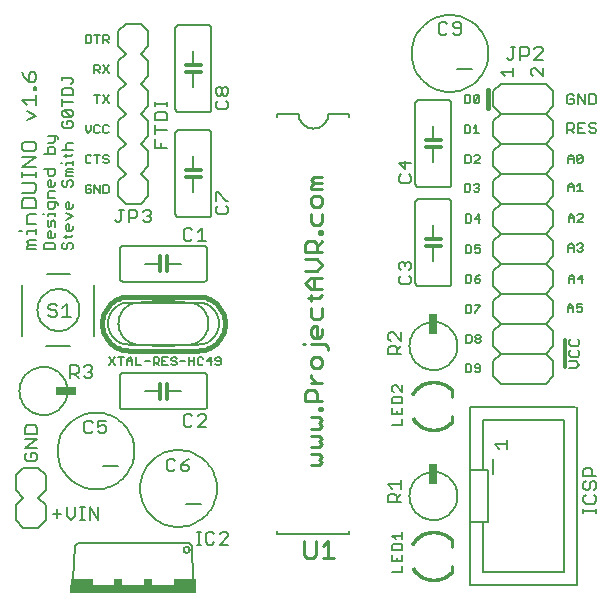
<source format=gto>
G75*
G70*
%OFA0B0*%
%FSLAX24Y24*%
%IPPOS*%
%LPD*%
%AMOC8*
5,1,8,0,0,1.08239X$1,22.5*
%
%ADD10C,0.0050*%
%ADD11C,0.0080*%
%ADD12C,0.0060*%
%ADD13C,0.0160*%
%ADD14C,0.0120*%
%ADD15C,0.0100*%
%ADD16C,0.0090*%
%ADD17R,0.0300X0.0660*%
%ADD18C,0.0010*%
%ADD19R,0.0660X0.0300*%
%ADD20R,0.4200X0.0300*%
%ADD21R,0.0750X0.0200*%
%ADD22R,0.0300X0.0200*%
%ADD23C,0.0070*%
D10*
X002180Y000950D02*
X002230Y002100D01*
X002330Y002200D01*
X006030Y002200D01*
X006130Y002100D01*
X006180Y000950D01*
X005850Y001960D02*
X005852Y001980D01*
X005858Y001998D01*
X005867Y002016D01*
X005879Y002031D01*
X005894Y002043D01*
X005912Y002052D01*
X005930Y002058D01*
X005950Y002060D01*
X005970Y002058D01*
X005988Y002052D01*
X006006Y002043D01*
X006021Y002031D01*
X006033Y002016D01*
X006042Y001998D01*
X006048Y001980D01*
X006050Y001960D01*
X006048Y001940D01*
X006042Y001922D01*
X006033Y001904D01*
X006021Y001889D01*
X006006Y001877D01*
X005988Y001868D01*
X005970Y001862D01*
X005950Y001860D01*
X005930Y001862D01*
X005912Y001868D01*
X005894Y001877D01*
X005879Y001889D01*
X005867Y001904D01*
X005858Y001922D01*
X005852Y001940D01*
X005850Y001960D01*
X006026Y008105D02*
X006026Y008375D01*
X006026Y008240D02*
X006207Y008240D01*
X006207Y008375D02*
X006207Y008105D01*
X006321Y008150D02*
X006366Y008105D01*
X006456Y008105D01*
X006501Y008150D01*
X006616Y008240D02*
X006796Y008240D01*
X006910Y008285D02*
X006955Y008240D01*
X007091Y008240D01*
X007091Y008150D02*
X007091Y008330D01*
X007045Y008375D01*
X006955Y008375D01*
X006910Y008330D01*
X006910Y008285D01*
X006910Y008150D02*
X006955Y008105D01*
X007045Y008105D01*
X007091Y008150D01*
X006751Y008105D02*
X006751Y008375D01*
X006616Y008240D01*
X006501Y008330D02*
X006456Y008375D01*
X006366Y008375D01*
X006321Y008330D01*
X006321Y008150D01*
X005912Y008240D02*
X005732Y008240D01*
X005617Y008195D02*
X005617Y008150D01*
X005572Y008105D01*
X005482Y008105D01*
X005437Y008150D01*
X005482Y008240D02*
X005572Y008240D01*
X005617Y008195D01*
X005617Y008330D02*
X005572Y008375D01*
X005482Y008375D01*
X005437Y008330D01*
X005437Y008285D01*
X005482Y008240D01*
X005323Y008105D02*
X005142Y008105D01*
X005142Y008375D01*
X005323Y008375D01*
X005233Y008240D02*
X005142Y008240D01*
X005028Y008240D02*
X004983Y008195D01*
X004848Y008195D01*
X004938Y008195D02*
X005028Y008105D01*
X005028Y008240D02*
X005028Y008330D01*
X004983Y008375D01*
X004848Y008375D01*
X004848Y008105D01*
X004733Y008240D02*
X004553Y008240D01*
X004439Y008105D02*
X004258Y008105D01*
X004258Y008375D01*
X004144Y008285D02*
X004144Y008105D01*
X004144Y008240D02*
X003964Y008240D01*
X003964Y008285D02*
X004054Y008375D01*
X004144Y008285D01*
X003964Y008285D02*
X003964Y008105D01*
X003759Y008105D02*
X003759Y008375D01*
X003669Y008375D02*
X003849Y008375D01*
X003555Y008375D02*
X003375Y008105D01*
X003555Y008105D02*
X003375Y008375D01*
X002104Y009715D02*
X001804Y009715D01*
X001954Y009715D02*
X001954Y010166D01*
X001804Y010016D01*
X001644Y010091D02*
X001569Y010166D01*
X001418Y010166D01*
X001343Y010091D01*
X001343Y010016D01*
X001418Y009941D01*
X001569Y009941D01*
X001644Y009866D01*
X001644Y009790D01*
X001569Y009715D01*
X001418Y009715D01*
X001343Y009790D01*
X002626Y013852D02*
X002581Y013897D01*
X002581Y014077D01*
X002626Y014122D01*
X002716Y014122D01*
X002761Y014077D01*
X002761Y013987D02*
X002671Y013987D01*
X002761Y013987D02*
X002761Y013897D01*
X002716Y013852D01*
X002626Y013852D01*
X002876Y013852D02*
X002876Y014122D01*
X003056Y013852D01*
X003056Y014122D01*
X003170Y014122D02*
X003305Y014122D01*
X003350Y014077D01*
X003350Y013897D01*
X003305Y013852D01*
X003170Y013852D01*
X003170Y014122D01*
X003215Y014852D02*
X003170Y014897D01*
X003215Y014852D02*
X003305Y014852D01*
X003350Y014897D01*
X003350Y014942D01*
X003305Y014987D01*
X003215Y014987D01*
X003170Y015032D01*
X003170Y015077D01*
X003215Y015122D01*
X003305Y015122D01*
X003350Y015077D01*
X003056Y015122D02*
X002876Y015122D01*
X002966Y015122D02*
X002966Y014852D01*
X002761Y014897D02*
X002716Y014852D01*
X002626Y014852D01*
X002581Y014897D01*
X002581Y015077D01*
X002626Y015122D01*
X002716Y015122D01*
X002761Y015077D01*
X002671Y015852D02*
X002761Y015942D01*
X002761Y016122D01*
X002876Y016077D02*
X002876Y015897D01*
X002921Y015852D01*
X003011Y015852D01*
X003056Y015897D01*
X003170Y015897D02*
X003215Y015852D01*
X003305Y015852D01*
X003350Y015897D01*
X003170Y015897D02*
X003170Y016077D01*
X003215Y016122D01*
X003305Y016122D01*
X003350Y016077D01*
X003056Y016077D02*
X003011Y016122D01*
X002921Y016122D01*
X002876Y016077D01*
X002671Y015852D02*
X002581Y015942D01*
X002581Y016122D01*
X002966Y016852D02*
X002966Y017122D01*
X002876Y017122D02*
X003056Y017122D01*
X003170Y017122D02*
X003350Y016852D01*
X003170Y016852D02*
X003350Y017122D01*
X003350Y017852D02*
X003170Y018122D01*
X003056Y018077D02*
X003056Y017987D01*
X003011Y017942D01*
X002876Y017942D01*
X002966Y017942D02*
X003056Y017852D01*
X003170Y017852D02*
X003350Y018122D01*
X003056Y018077D02*
X003011Y018122D01*
X002876Y018122D01*
X002876Y017852D01*
X002966Y018852D02*
X002966Y019122D01*
X002876Y019122D02*
X003056Y019122D01*
X003170Y019122D02*
X003305Y019122D01*
X003350Y019077D01*
X003350Y018987D01*
X003305Y018942D01*
X003170Y018942D01*
X003170Y018852D02*
X003170Y019122D01*
X003260Y018942D02*
X003350Y018852D01*
X002761Y018897D02*
X002761Y019077D01*
X002716Y019122D01*
X002581Y019122D01*
X002581Y018852D01*
X002716Y018852D01*
X002761Y018897D01*
X015226Y017122D02*
X015226Y016852D01*
X015361Y016852D01*
X015406Y016897D01*
X015406Y017077D01*
X015361Y017122D01*
X015226Y017122D01*
X015520Y017077D02*
X015520Y016897D01*
X015700Y017077D01*
X015700Y016897D01*
X015655Y016852D01*
X015565Y016852D01*
X015520Y016897D01*
X015520Y017077D02*
X015565Y017122D01*
X015655Y017122D01*
X015700Y017077D01*
X015610Y016107D02*
X015610Y015837D01*
X015520Y015837D02*
X015700Y015837D01*
X015520Y016017D02*
X015610Y016107D01*
X015406Y016062D02*
X015361Y016107D01*
X015226Y016107D01*
X015226Y015837D01*
X015361Y015837D01*
X015406Y015882D01*
X015406Y016062D01*
X015380Y015123D02*
X015245Y015123D01*
X015245Y014853D01*
X015380Y014853D01*
X015425Y014898D01*
X015425Y015078D01*
X015380Y015123D01*
X015540Y015078D02*
X015585Y015123D01*
X015675Y015123D01*
X015720Y015078D01*
X015720Y015033D01*
X015540Y014853D01*
X015720Y014853D01*
X015655Y014160D02*
X015700Y014115D01*
X015700Y014070D01*
X015655Y014025D01*
X015700Y013980D01*
X015700Y013935D01*
X015655Y013890D01*
X015565Y013890D01*
X015520Y013935D01*
X015406Y013935D02*
X015406Y014115D01*
X015361Y014160D01*
X015226Y014160D01*
X015226Y013890D01*
X015361Y013890D01*
X015406Y013935D01*
X015520Y014115D02*
X015565Y014160D01*
X015655Y014160D01*
X015655Y014025D02*
X015610Y014025D01*
X015686Y013135D02*
X015551Y013000D01*
X015731Y013000D01*
X015686Y012865D02*
X015686Y013135D01*
X015436Y013090D02*
X015436Y012910D01*
X015391Y012865D01*
X015256Y012865D01*
X015256Y013135D01*
X015391Y013135D01*
X015436Y013090D01*
X015391Y012111D02*
X015256Y012111D01*
X015256Y011841D01*
X015391Y011841D01*
X015436Y011886D01*
X015436Y012066D01*
X015391Y012111D01*
X015551Y012111D02*
X015551Y011976D01*
X015641Y012021D01*
X015686Y012021D01*
X015731Y011976D01*
X015731Y011886D01*
X015686Y011841D01*
X015596Y011841D01*
X015551Y011886D01*
X015551Y012111D02*
X015731Y012111D01*
X015731Y011127D02*
X015641Y011082D01*
X015551Y010992D01*
X015686Y010992D01*
X015731Y010947D01*
X015731Y010902D01*
X015686Y010857D01*
X015596Y010857D01*
X015551Y010902D01*
X015551Y010992D01*
X015436Y010902D02*
X015436Y011082D01*
X015391Y011127D01*
X015256Y011127D01*
X015256Y010857D01*
X015391Y010857D01*
X015436Y010902D01*
X015391Y010123D02*
X015256Y010123D01*
X015256Y009853D01*
X015391Y009853D01*
X015436Y009898D01*
X015436Y010078D01*
X015391Y010123D01*
X015551Y010123D02*
X015731Y010123D01*
X015731Y010078D01*
X015551Y009898D01*
X015551Y009853D01*
X015616Y009129D02*
X015706Y009129D01*
X015751Y009084D01*
X015751Y009039D01*
X015706Y008994D01*
X015616Y008994D01*
X015571Y009039D01*
X015571Y009084D01*
X015616Y009129D01*
X015616Y008994D02*
X015571Y008949D01*
X015571Y008904D01*
X015616Y008858D01*
X015706Y008858D01*
X015751Y008904D01*
X015751Y008949D01*
X015706Y008994D01*
X015456Y008904D02*
X015456Y009084D01*
X015411Y009129D01*
X015276Y009129D01*
X015276Y008858D01*
X015411Y008858D01*
X015456Y008904D01*
X015401Y008145D02*
X015266Y008145D01*
X015266Y007875D01*
X015401Y007875D01*
X015446Y007920D01*
X015446Y008100D01*
X015401Y008145D01*
X015560Y008100D02*
X015560Y008055D01*
X015605Y008010D01*
X015741Y008010D01*
X015741Y007920D02*
X015741Y008100D01*
X015695Y008145D01*
X015605Y008145D01*
X015560Y008100D01*
X015560Y007920D02*
X015605Y007875D01*
X015695Y007875D01*
X015741Y007920D01*
X018656Y009885D02*
X018656Y010065D01*
X018746Y010155D01*
X018836Y010065D01*
X018836Y009885D01*
X018950Y009930D02*
X018995Y009885D01*
X019085Y009885D01*
X019130Y009930D01*
X019130Y010020D01*
X019085Y010065D01*
X019040Y010065D01*
X018950Y010020D01*
X018950Y010155D01*
X019130Y010155D01*
X018836Y010020D02*
X018656Y010020D01*
X018696Y010861D02*
X018696Y011041D01*
X018786Y011131D01*
X018876Y011041D01*
X018876Y010861D01*
X018876Y010996D02*
X018696Y010996D01*
X018990Y010996D02*
X019170Y010996D01*
X019125Y010861D02*
X019125Y011131D01*
X018990Y010996D01*
X019015Y011897D02*
X018970Y011942D01*
X019015Y011897D02*
X019105Y011897D01*
X019150Y011942D01*
X019150Y011987D01*
X019105Y012032D01*
X019060Y012032D01*
X019105Y012032D02*
X019150Y012077D01*
X019150Y012122D01*
X019105Y012167D01*
X019015Y012167D01*
X018970Y012122D01*
X018856Y012077D02*
X018856Y011897D01*
X018856Y012032D02*
X018676Y012032D01*
X018676Y012077D02*
X018766Y012167D01*
X018856Y012077D01*
X018676Y012077D02*
X018676Y011897D01*
X018685Y012885D02*
X018685Y013065D01*
X018775Y013155D01*
X018865Y013065D01*
X018865Y012885D01*
X018980Y012885D02*
X019160Y013065D01*
X019160Y013110D01*
X019115Y013155D01*
X019025Y013155D01*
X018980Y013110D01*
X018865Y013020D02*
X018685Y013020D01*
X018980Y012885D02*
X019160Y012885D01*
X019150Y013908D02*
X018970Y013908D01*
X019060Y013908D02*
X019060Y014179D01*
X018970Y014089D01*
X018855Y014089D02*
X018855Y013908D01*
X018855Y014044D02*
X018675Y014044D01*
X018675Y014089D02*
X018675Y013908D01*
X018675Y014089D02*
X018765Y014179D01*
X018855Y014089D01*
X018853Y014858D02*
X018853Y015039D01*
X018763Y015129D01*
X018673Y015039D01*
X018673Y014858D01*
X018673Y014994D02*
X018853Y014994D01*
X018968Y015084D02*
X019013Y015129D01*
X019103Y015129D01*
X019148Y015084D01*
X018968Y014904D01*
X019013Y014858D01*
X019103Y014858D01*
X019148Y014904D01*
X019148Y015084D01*
X018968Y015084D02*
X018968Y014904D01*
D11*
X017840Y017740D02*
X017560Y018020D01*
X017490Y018020D01*
X017420Y017950D01*
X017420Y017810D01*
X017490Y017740D01*
X017840Y017740D02*
X017840Y018020D01*
X017821Y018290D02*
X017541Y018290D01*
X017821Y018570D01*
X017821Y018640D01*
X017751Y018710D01*
X017611Y018710D01*
X017541Y018640D01*
X017361Y018640D02*
X017361Y018500D01*
X017291Y018430D01*
X017080Y018430D01*
X017080Y018290D02*
X017080Y018710D01*
X017291Y018710D01*
X017361Y018640D01*
X016900Y018710D02*
X016760Y018710D01*
X016830Y018710D02*
X016830Y018360D01*
X016760Y018290D01*
X016690Y018290D01*
X016620Y018360D01*
X016840Y018020D02*
X016840Y017740D01*
X016840Y017880D02*
X016420Y017880D01*
X016560Y017740D01*
X015480Y018000D02*
X014980Y018000D01*
X013450Y018500D02*
X013452Y018571D01*
X013458Y018642D01*
X013468Y018713D01*
X013482Y018782D01*
X013499Y018851D01*
X013521Y018919D01*
X013546Y018986D01*
X013575Y019051D01*
X013607Y019114D01*
X013643Y019176D01*
X013682Y019235D01*
X013725Y019292D01*
X013770Y019347D01*
X013819Y019399D01*
X013870Y019448D01*
X013924Y019494D01*
X013981Y019538D01*
X014039Y019578D01*
X014100Y019614D01*
X014163Y019648D01*
X014228Y019677D01*
X014294Y019703D01*
X014362Y019726D01*
X014430Y019744D01*
X014500Y019759D01*
X014570Y019770D01*
X014641Y019777D01*
X014712Y019780D01*
X014783Y019779D01*
X014854Y019774D01*
X014925Y019765D01*
X014995Y019752D01*
X015064Y019736D01*
X015132Y019715D01*
X015199Y019691D01*
X015265Y019663D01*
X015328Y019631D01*
X015390Y019596D01*
X015450Y019558D01*
X015508Y019516D01*
X015563Y019472D01*
X015616Y019424D01*
X015666Y019373D01*
X015713Y019320D01*
X015757Y019264D01*
X015798Y019206D01*
X015836Y019145D01*
X015870Y019083D01*
X015900Y019018D01*
X015927Y018953D01*
X015951Y018885D01*
X015970Y018817D01*
X015986Y018748D01*
X015998Y018677D01*
X016006Y018607D01*
X016010Y018536D01*
X016010Y018464D01*
X016006Y018393D01*
X015998Y018323D01*
X015986Y018252D01*
X015970Y018183D01*
X015951Y018115D01*
X015927Y018047D01*
X015900Y017982D01*
X015870Y017917D01*
X015836Y017855D01*
X015798Y017794D01*
X015757Y017736D01*
X015713Y017680D01*
X015666Y017627D01*
X015616Y017576D01*
X015563Y017528D01*
X015508Y017484D01*
X015450Y017442D01*
X015390Y017404D01*
X015328Y017369D01*
X015265Y017337D01*
X015199Y017309D01*
X015132Y017285D01*
X015064Y017264D01*
X014995Y017248D01*
X014925Y017235D01*
X014854Y017226D01*
X014783Y017221D01*
X014712Y017220D01*
X014641Y017223D01*
X014570Y017230D01*
X014500Y017241D01*
X014430Y017256D01*
X014362Y017274D01*
X014294Y017297D01*
X014228Y017323D01*
X014163Y017352D01*
X014100Y017386D01*
X014039Y017422D01*
X013981Y017462D01*
X013924Y017506D01*
X013870Y017552D01*
X013819Y017601D01*
X013770Y017653D01*
X013725Y017708D01*
X013682Y017765D01*
X013643Y017824D01*
X013607Y017886D01*
X013575Y017949D01*
X013546Y018014D01*
X013521Y018081D01*
X013499Y018149D01*
X013482Y018218D01*
X013468Y018287D01*
X013458Y018358D01*
X013452Y018429D01*
X013450Y018500D01*
X014359Y019200D02*
X014359Y019480D01*
X014429Y019550D01*
X014569Y019550D01*
X014639Y019480D01*
X014820Y019480D02*
X014820Y019410D01*
X014890Y019340D01*
X015100Y019340D01*
X015100Y019200D02*
X015100Y019480D01*
X015030Y019550D01*
X014890Y019550D01*
X014820Y019480D01*
X014820Y019200D02*
X014890Y019130D01*
X015030Y019130D01*
X015100Y019200D01*
X014639Y019200D02*
X014569Y019130D01*
X014429Y019130D01*
X014359Y019200D01*
X011380Y016500D02*
X011380Y016400D01*
X011380Y016500D02*
X010680Y016500D01*
X010678Y016456D01*
X010672Y016413D01*
X010663Y016371D01*
X010650Y016329D01*
X010633Y016289D01*
X010613Y016250D01*
X010590Y016213D01*
X010563Y016179D01*
X010534Y016146D01*
X010501Y016117D01*
X010467Y016090D01*
X010430Y016067D01*
X010391Y016047D01*
X010351Y016030D01*
X010309Y016017D01*
X010267Y016008D01*
X010224Y016002D01*
X010180Y016000D01*
X010136Y016002D01*
X010093Y016008D01*
X010051Y016017D01*
X010009Y016030D01*
X009969Y016047D01*
X009930Y016067D01*
X009893Y016090D01*
X009859Y016117D01*
X009826Y016146D01*
X009797Y016179D01*
X009770Y016213D01*
X009747Y016250D01*
X009727Y016289D01*
X009710Y016329D01*
X009697Y016371D01*
X009688Y016413D01*
X009682Y016456D01*
X009680Y016500D01*
X008980Y016500D01*
X008980Y016400D01*
X007340Y016710D02*
X007270Y016640D01*
X006990Y016640D01*
X006920Y016710D01*
X006920Y016850D01*
X006990Y016920D01*
X006990Y017100D02*
X007060Y017100D01*
X007130Y017170D01*
X007130Y017311D01*
X007200Y017381D01*
X007270Y017381D01*
X007340Y017311D01*
X007340Y017170D01*
X007270Y017100D01*
X007200Y017100D01*
X007130Y017170D01*
X007130Y017311D02*
X007060Y017381D01*
X006990Y017381D01*
X006920Y017311D01*
X006920Y017170D01*
X006990Y017100D01*
X007270Y016920D02*
X007340Y016850D01*
X007340Y016710D01*
X005313Y016743D02*
X005313Y016883D01*
X005313Y016813D02*
X004893Y016813D01*
X004893Y016743D02*
X004893Y016883D01*
X004680Y016750D02*
X004430Y016500D01*
X004680Y016250D01*
X004680Y015750D01*
X004430Y015500D01*
X004680Y015250D01*
X004680Y014750D01*
X004430Y014500D01*
X004680Y014250D01*
X004680Y013750D01*
X004430Y013500D01*
X003930Y013500D01*
X003680Y013750D01*
X003680Y014250D01*
X003930Y014500D01*
X003680Y014750D01*
X003680Y015250D01*
X003930Y015500D01*
X003680Y015750D01*
X003680Y016250D01*
X003930Y016500D01*
X003680Y016750D01*
X003680Y017250D01*
X003930Y017500D01*
X003680Y017750D01*
X003680Y018250D01*
X003930Y018500D01*
X003680Y018750D01*
X003680Y019250D01*
X003930Y019500D01*
X004430Y019500D01*
X004680Y019250D01*
X004680Y018750D01*
X004430Y018500D01*
X004680Y018250D01*
X004680Y017750D01*
X004430Y017500D01*
X004680Y017250D01*
X004680Y016750D01*
X004893Y016493D02*
X004963Y016563D01*
X005243Y016563D01*
X005313Y016493D01*
X005313Y016283D01*
X004893Y016283D01*
X004893Y016493D01*
X004893Y016102D02*
X004893Y015822D01*
X004893Y015962D02*
X005313Y015962D01*
X005103Y015502D02*
X005103Y015362D01*
X004893Y015362D02*
X004893Y015642D01*
X004893Y015362D02*
X005313Y015362D01*
X006080Y008800D02*
X005721Y008768D01*
X005360Y008752D01*
X005000Y008752D01*
X004639Y008768D01*
X004280Y008800D01*
X004228Y008810D01*
X004177Y008824D01*
X004127Y008842D01*
X004079Y008863D01*
X004032Y008888D01*
X003988Y008916D01*
X003945Y008948D01*
X003905Y008982D01*
X003868Y009020D01*
X003834Y009060D01*
X003802Y009102D01*
X003774Y009147D01*
X003750Y009194D01*
X003729Y009242D01*
X003711Y009292D01*
X003698Y009343D01*
X003688Y009395D01*
X003682Y009447D01*
X003680Y009500D01*
X003682Y009553D01*
X003688Y009605D01*
X003698Y009657D01*
X003711Y009708D01*
X003729Y009758D01*
X003750Y009806D01*
X003774Y009853D01*
X003802Y009898D01*
X003834Y009940D01*
X003868Y009980D01*
X003905Y010018D01*
X003945Y010052D01*
X003988Y010084D01*
X004032Y010112D01*
X004079Y010137D01*
X004127Y010158D01*
X004177Y010176D01*
X004228Y010190D01*
X004280Y010200D01*
X002880Y010800D02*
X002880Y009100D01*
X002080Y008750D02*
X001275Y008750D01*
X000480Y009100D02*
X000480Y010800D01*
X001287Y011150D02*
X002080Y011150D01*
X000980Y009950D02*
X000982Y010002D01*
X000988Y010054D01*
X000998Y010106D01*
X001011Y010156D01*
X001028Y010206D01*
X001049Y010254D01*
X001074Y010300D01*
X001102Y010344D01*
X001133Y010386D01*
X001167Y010426D01*
X001204Y010463D01*
X001244Y010497D01*
X001286Y010528D01*
X001330Y010556D01*
X001376Y010581D01*
X001424Y010602D01*
X001474Y010619D01*
X001524Y010632D01*
X001576Y010642D01*
X001628Y010648D01*
X001680Y010650D01*
X001732Y010648D01*
X001784Y010642D01*
X001836Y010632D01*
X001886Y010619D01*
X001936Y010602D01*
X001984Y010581D01*
X002030Y010556D01*
X002074Y010528D01*
X002116Y010497D01*
X002156Y010463D01*
X002193Y010426D01*
X002227Y010386D01*
X002258Y010344D01*
X002286Y010300D01*
X002311Y010254D01*
X002332Y010206D01*
X002349Y010156D01*
X002362Y010106D01*
X002372Y010054D01*
X002378Y010002D01*
X002380Y009950D01*
X002378Y009898D01*
X002372Y009846D01*
X002362Y009794D01*
X002349Y009744D01*
X002332Y009694D01*
X002311Y009646D01*
X002286Y009600D01*
X002258Y009556D01*
X002227Y009514D01*
X002193Y009474D01*
X002156Y009437D01*
X002116Y009403D01*
X002074Y009372D01*
X002030Y009344D01*
X001984Y009319D01*
X001936Y009298D01*
X001886Y009281D01*
X001836Y009268D01*
X001784Y009258D01*
X001732Y009252D01*
X001680Y009250D01*
X001628Y009252D01*
X001576Y009258D01*
X001524Y009268D01*
X001474Y009281D01*
X001424Y009298D01*
X001376Y009319D01*
X001330Y009344D01*
X001286Y009372D01*
X001244Y009403D01*
X001204Y009437D01*
X001167Y009474D01*
X001133Y009514D01*
X001102Y009556D01*
X001074Y009600D01*
X001049Y009646D01*
X001028Y009694D01*
X001011Y009744D01*
X000998Y009794D01*
X000988Y009846D01*
X000982Y009898D01*
X000980Y009950D01*
X002070Y008110D02*
X002280Y008110D01*
X002350Y008040D01*
X002350Y007900D01*
X002280Y007830D01*
X002070Y007830D01*
X002070Y007690D02*
X002070Y008110D01*
X002210Y007830D02*
X002350Y007690D01*
X002530Y007760D02*
X002600Y007690D01*
X002741Y007690D01*
X002811Y007760D01*
X002811Y007830D01*
X002741Y007900D01*
X002671Y007900D01*
X002741Y007900D02*
X002811Y007970D01*
X002811Y008040D01*
X002741Y008110D01*
X002600Y008110D01*
X002530Y008040D01*
X002609Y006255D02*
X002539Y006185D01*
X002539Y005904D01*
X002609Y005834D01*
X002749Y005834D01*
X002820Y005904D01*
X003000Y005904D02*
X003070Y005834D01*
X003210Y005834D01*
X003280Y005904D01*
X003280Y006045D01*
X003210Y006115D01*
X003140Y006115D01*
X003000Y006045D01*
X003000Y006255D01*
X003280Y006255D01*
X002820Y006185D02*
X002749Y006255D01*
X002609Y006255D01*
X001650Y005250D02*
X001652Y005321D01*
X001658Y005392D01*
X001668Y005463D01*
X001682Y005532D01*
X001699Y005601D01*
X001721Y005669D01*
X001746Y005736D01*
X001775Y005801D01*
X001807Y005864D01*
X001843Y005926D01*
X001882Y005985D01*
X001925Y006042D01*
X001970Y006097D01*
X002019Y006149D01*
X002070Y006198D01*
X002124Y006244D01*
X002181Y006288D01*
X002239Y006328D01*
X002300Y006364D01*
X002363Y006398D01*
X002428Y006427D01*
X002494Y006453D01*
X002562Y006476D01*
X002630Y006494D01*
X002700Y006509D01*
X002770Y006520D01*
X002841Y006527D01*
X002912Y006530D01*
X002983Y006529D01*
X003054Y006524D01*
X003125Y006515D01*
X003195Y006502D01*
X003264Y006486D01*
X003332Y006465D01*
X003399Y006441D01*
X003465Y006413D01*
X003528Y006381D01*
X003590Y006346D01*
X003650Y006308D01*
X003708Y006266D01*
X003763Y006222D01*
X003816Y006174D01*
X003866Y006123D01*
X003913Y006070D01*
X003957Y006014D01*
X003998Y005956D01*
X004036Y005895D01*
X004070Y005833D01*
X004100Y005768D01*
X004127Y005703D01*
X004151Y005635D01*
X004170Y005567D01*
X004186Y005498D01*
X004198Y005427D01*
X004206Y005357D01*
X004210Y005286D01*
X004210Y005214D01*
X004206Y005143D01*
X004198Y005073D01*
X004186Y005002D01*
X004170Y004933D01*
X004151Y004865D01*
X004127Y004797D01*
X004100Y004732D01*
X004070Y004667D01*
X004036Y004605D01*
X003998Y004544D01*
X003957Y004486D01*
X003913Y004430D01*
X003866Y004377D01*
X003816Y004326D01*
X003763Y004278D01*
X003708Y004234D01*
X003650Y004192D01*
X003590Y004154D01*
X003528Y004119D01*
X003465Y004087D01*
X003399Y004059D01*
X003332Y004035D01*
X003264Y004014D01*
X003195Y003998D01*
X003125Y003985D01*
X003054Y003976D01*
X002983Y003971D01*
X002912Y003970D01*
X002841Y003973D01*
X002770Y003980D01*
X002700Y003991D01*
X002630Y004006D01*
X002562Y004024D01*
X002494Y004047D01*
X002428Y004073D01*
X002363Y004102D01*
X002300Y004136D01*
X002239Y004172D01*
X002181Y004212D01*
X002124Y004256D01*
X002070Y004302D01*
X002019Y004351D01*
X001970Y004403D01*
X001925Y004458D01*
X001882Y004515D01*
X001843Y004574D01*
X001807Y004636D01*
X001775Y004699D01*
X001746Y004764D01*
X001721Y004831D01*
X001699Y004899D01*
X001682Y004968D01*
X001668Y005037D01*
X001658Y005108D01*
X001652Y005179D01*
X001650Y005250D01*
X001006Y004686D02*
X001256Y004436D01*
X001256Y003936D01*
X001006Y003686D01*
X001256Y003436D01*
X001256Y002936D01*
X001006Y002686D01*
X000506Y002686D01*
X000256Y002936D01*
X000256Y003436D01*
X000506Y003686D01*
X000256Y003936D01*
X000256Y004436D01*
X000506Y004686D01*
X001006Y004686D01*
X000908Y004902D02*
X000978Y004972D01*
X000978Y005113D01*
X000908Y005183D01*
X000767Y005183D01*
X000767Y005042D01*
X000627Y004902D02*
X000908Y004902D01*
X000627Y004902D02*
X000557Y004972D01*
X000557Y005113D01*
X000627Y005183D01*
X000557Y005363D02*
X000978Y005643D01*
X000557Y005643D01*
X000557Y005823D02*
X000557Y006033D01*
X000627Y006103D01*
X000908Y006103D01*
X000978Y006033D01*
X000978Y005823D01*
X000557Y005823D01*
X000557Y005363D02*
X000978Y005363D01*
X001629Y003307D02*
X001629Y003026D01*
X001489Y003166D02*
X001769Y003166D01*
X001950Y003096D02*
X001950Y003377D01*
X001950Y003096D02*
X002090Y002956D01*
X002230Y003096D01*
X002230Y003377D01*
X002410Y003377D02*
X002550Y003377D01*
X002480Y003377D02*
X002480Y002956D01*
X002410Y002956D02*
X002550Y002956D01*
X002717Y002956D02*
X002717Y003377D01*
X002997Y002956D01*
X002997Y003377D01*
X003180Y004750D02*
X003680Y004750D01*
X005295Y004649D02*
X005365Y004579D01*
X005505Y004579D01*
X005575Y004649D01*
X005755Y004649D02*
X005755Y004789D01*
X005965Y004789D01*
X006035Y004719D01*
X006035Y004649D01*
X005965Y004579D01*
X005825Y004579D01*
X005755Y004649D01*
X005755Y004789D02*
X005895Y004929D01*
X006035Y004999D01*
X005575Y004929D02*
X005505Y004999D01*
X005365Y004999D01*
X005295Y004929D01*
X005295Y004649D01*
X004400Y004000D02*
X004402Y004071D01*
X004408Y004142D01*
X004418Y004213D01*
X004432Y004282D01*
X004449Y004351D01*
X004471Y004419D01*
X004496Y004486D01*
X004525Y004551D01*
X004557Y004614D01*
X004593Y004676D01*
X004632Y004735D01*
X004675Y004792D01*
X004720Y004847D01*
X004769Y004899D01*
X004820Y004948D01*
X004874Y004994D01*
X004931Y005038D01*
X004989Y005078D01*
X005050Y005114D01*
X005113Y005148D01*
X005178Y005177D01*
X005244Y005203D01*
X005312Y005226D01*
X005380Y005244D01*
X005450Y005259D01*
X005520Y005270D01*
X005591Y005277D01*
X005662Y005280D01*
X005733Y005279D01*
X005804Y005274D01*
X005875Y005265D01*
X005945Y005252D01*
X006014Y005236D01*
X006082Y005215D01*
X006149Y005191D01*
X006215Y005163D01*
X006278Y005131D01*
X006340Y005096D01*
X006400Y005058D01*
X006458Y005016D01*
X006513Y004972D01*
X006566Y004924D01*
X006616Y004873D01*
X006663Y004820D01*
X006707Y004764D01*
X006748Y004706D01*
X006786Y004645D01*
X006820Y004583D01*
X006850Y004518D01*
X006877Y004453D01*
X006901Y004385D01*
X006920Y004317D01*
X006936Y004248D01*
X006948Y004177D01*
X006956Y004107D01*
X006960Y004036D01*
X006960Y003964D01*
X006956Y003893D01*
X006948Y003823D01*
X006936Y003752D01*
X006920Y003683D01*
X006901Y003615D01*
X006877Y003547D01*
X006850Y003482D01*
X006820Y003417D01*
X006786Y003355D01*
X006748Y003294D01*
X006707Y003236D01*
X006663Y003180D01*
X006616Y003127D01*
X006566Y003076D01*
X006513Y003028D01*
X006458Y002984D01*
X006400Y002942D01*
X006340Y002904D01*
X006278Y002869D01*
X006215Y002837D01*
X006149Y002809D01*
X006082Y002785D01*
X006014Y002764D01*
X005945Y002748D01*
X005875Y002735D01*
X005804Y002726D01*
X005733Y002721D01*
X005662Y002720D01*
X005591Y002723D01*
X005520Y002730D01*
X005450Y002741D01*
X005380Y002756D01*
X005312Y002774D01*
X005244Y002797D01*
X005178Y002823D01*
X005113Y002852D01*
X005050Y002886D01*
X004989Y002922D01*
X004931Y002962D01*
X004874Y003006D01*
X004820Y003052D01*
X004769Y003101D01*
X004720Y003153D01*
X004675Y003208D01*
X004632Y003265D01*
X004593Y003324D01*
X004557Y003386D01*
X004525Y003449D01*
X004496Y003514D01*
X004471Y003581D01*
X004449Y003649D01*
X004432Y003718D01*
X004418Y003787D01*
X004408Y003858D01*
X004402Y003929D01*
X004400Y004000D01*
X005930Y003500D02*
X006430Y003500D01*
X006423Y002553D02*
X006283Y002553D01*
X006353Y002553D02*
X006353Y002132D01*
X006283Y002132D02*
X006423Y002132D01*
X006590Y002202D02*
X006660Y002132D01*
X006800Y002132D01*
X006870Y002202D01*
X007051Y002132D02*
X007331Y002412D01*
X007331Y002483D01*
X007261Y002553D01*
X007121Y002553D01*
X007051Y002483D01*
X006870Y002483D02*
X006800Y002553D01*
X006660Y002553D01*
X006590Y002483D01*
X006590Y002202D01*
X007051Y002132D02*
X007331Y002132D01*
X008980Y002500D02*
X008980Y002600D01*
X008980Y002500D02*
X011380Y002500D01*
X011380Y002600D01*
X012670Y003540D02*
X012670Y003750D01*
X012740Y003820D01*
X012880Y003820D01*
X012950Y003750D01*
X012950Y003540D01*
X013090Y003540D02*
X012670Y003540D01*
X012950Y003680D02*
X013090Y003820D01*
X013090Y004000D02*
X013090Y004281D01*
X013090Y004141D02*
X012670Y004141D01*
X012810Y004000D01*
X015408Y004616D02*
X015408Y002884D01*
X015999Y002884D01*
X015999Y004616D01*
X015408Y004616D01*
X015408Y006726D01*
X018912Y006726D01*
X018952Y006726D02*
X018952Y000774D01*
X015408Y000774D01*
X015408Y002884D01*
X015841Y002884D02*
X015841Y001207D01*
X018519Y001207D01*
X018519Y006293D01*
X015841Y006293D01*
X015841Y004616D01*
X016157Y004500D02*
X016157Y005000D01*
X019180Y004628D02*
X019180Y004418D01*
X019600Y004418D01*
X019460Y004418D02*
X019460Y004628D01*
X019390Y004698D01*
X019250Y004698D01*
X019180Y004628D01*
X019250Y004238D02*
X019180Y004168D01*
X019180Y004027D01*
X019250Y003957D01*
X019320Y003957D01*
X019390Y004027D01*
X019390Y004168D01*
X019460Y004238D01*
X019530Y004238D01*
X019600Y004168D01*
X019600Y004027D01*
X019530Y003957D01*
X019530Y003777D02*
X019600Y003707D01*
X019600Y003567D01*
X019530Y003497D01*
X019250Y003497D01*
X019180Y003567D01*
X019180Y003707D01*
X019250Y003777D01*
X019180Y003330D02*
X019180Y003190D01*
X019180Y003260D02*
X019600Y003260D01*
X019600Y003190D02*
X019600Y003330D01*
X013100Y008470D02*
X012680Y008470D01*
X012680Y008680D01*
X012750Y008750D01*
X012890Y008750D01*
X012960Y008680D01*
X012960Y008470D01*
X012960Y008610D02*
X013100Y008750D01*
X013100Y008930D02*
X012820Y009211D01*
X012750Y009211D01*
X012680Y009141D01*
X012680Y009000D01*
X012750Y008930D01*
X013100Y008930D02*
X013100Y009211D01*
X013090Y010819D02*
X013020Y010889D01*
X013020Y011029D01*
X013090Y011099D01*
X013090Y011280D02*
X013020Y011350D01*
X013020Y011490D01*
X013090Y011560D01*
X013160Y011560D01*
X013230Y011490D01*
X013300Y011560D01*
X013370Y011560D01*
X013440Y011490D01*
X013440Y011350D01*
X013370Y011280D01*
X013370Y011099D02*
X013440Y011029D01*
X013440Y010889D01*
X013370Y010819D01*
X013090Y010819D01*
X013230Y011420D02*
X013230Y011490D01*
X013090Y014190D02*
X013370Y014190D01*
X013440Y014260D01*
X013440Y014400D01*
X013370Y014470D01*
X013230Y014650D02*
X013230Y014931D01*
X013440Y014861D02*
X013020Y014861D01*
X013230Y014650D01*
X013090Y014470D02*
X013020Y014400D01*
X013020Y014260D01*
X013090Y014190D01*
X007340Y013600D02*
X007270Y013600D01*
X006990Y013881D01*
X006920Y013881D01*
X006920Y013600D01*
X006990Y013420D02*
X006920Y013350D01*
X006920Y013210D01*
X006990Y013140D01*
X007270Y013140D01*
X007340Y013210D01*
X007340Y013350D01*
X007270Y013420D01*
X004771Y013230D02*
X004771Y013160D01*
X004701Y013090D01*
X004771Y013020D01*
X004771Y012950D01*
X004701Y012880D01*
X004561Y012880D01*
X004491Y012950D01*
X004631Y013090D02*
X004701Y013090D01*
X004771Y013230D02*
X004701Y013300D01*
X004561Y013300D01*
X004491Y013230D01*
X004311Y013230D02*
X004241Y013300D01*
X004030Y013300D01*
X004030Y012880D01*
X004030Y013020D02*
X004241Y013020D01*
X004311Y013090D01*
X004311Y013230D01*
X003850Y013300D02*
X003710Y013300D01*
X003780Y013300D02*
X003780Y012950D01*
X003710Y012880D01*
X003640Y012880D01*
X003570Y012950D01*
X000940Y012832D02*
X000620Y012832D01*
X000620Y013072D01*
X000700Y013152D01*
X000940Y013152D01*
X000940Y013347D02*
X000940Y013587D01*
X000860Y013668D01*
X000540Y013668D01*
X000460Y013587D01*
X000460Y013347D01*
X000940Y013347D01*
X000860Y013863D02*
X000460Y013863D01*
X000460Y014183D02*
X000860Y014183D01*
X000940Y014103D01*
X000940Y013943D01*
X000860Y013863D01*
X000940Y014379D02*
X000940Y014539D01*
X000940Y014459D02*
X000460Y014459D01*
X000460Y014379D02*
X000460Y014539D01*
X000460Y014722D02*
X000940Y015043D01*
X000460Y015043D01*
X000540Y015238D02*
X000860Y015238D01*
X000940Y015318D01*
X000940Y015478D01*
X000860Y015558D01*
X000540Y015558D01*
X000460Y015478D01*
X000460Y015318D01*
X000540Y015238D01*
X000460Y014722D02*
X000940Y014722D01*
X000620Y016269D02*
X000940Y016429D01*
X000620Y016589D01*
X000620Y016785D02*
X000460Y016945D01*
X000940Y016945D01*
X000940Y016785D02*
X000940Y017105D01*
X000940Y017300D02*
X000940Y017381D01*
X000860Y017381D01*
X000860Y017300D01*
X000940Y017300D01*
X000860Y017558D02*
X000700Y017558D01*
X000700Y017799D01*
X000780Y017879D01*
X000860Y017879D01*
X000940Y017799D01*
X000940Y017638D01*
X000860Y017558D01*
X000700Y017558D02*
X000540Y017718D01*
X000460Y017879D01*
X000940Y012648D02*
X000940Y012488D01*
X000940Y012568D02*
X000620Y012568D01*
X000620Y012488D01*
X000460Y012568D02*
X000380Y012568D01*
X000700Y012292D02*
X000620Y012212D01*
X000700Y012132D01*
X000940Y012132D01*
X000940Y011972D02*
X000620Y011972D01*
X000620Y012052D01*
X000700Y012132D01*
X000700Y012292D02*
X000940Y012292D01*
X006080Y010200D02*
X006132Y010190D01*
X006183Y010176D01*
X006233Y010158D01*
X006281Y010137D01*
X006328Y010112D01*
X006372Y010084D01*
X006415Y010052D01*
X006455Y010018D01*
X006492Y009980D01*
X006526Y009940D01*
X006558Y009898D01*
X006586Y009853D01*
X006610Y009806D01*
X006631Y009758D01*
X006649Y009708D01*
X006662Y009657D01*
X006672Y009605D01*
X006678Y009553D01*
X006680Y009500D01*
X006678Y009447D01*
X006672Y009395D01*
X006662Y009343D01*
X006649Y009292D01*
X006631Y009242D01*
X006610Y009194D01*
X006586Y009147D01*
X006558Y009102D01*
X006526Y009060D01*
X006492Y009020D01*
X006455Y008982D01*
X006415Y008948D01*
X006372Y008916D01*
X006328Y008888D01*
X006281Y008863D01*
X006233Y008842D01*
X006183Y008824D01*
X006132Y008810D01*
X006080Y008800D01*
X006080Y010200D02*
X005721Y010232D01*
X005360Y010248D01*
X005000Y010248D01*
X004639Y010232D01*
X004280Y010200D01*
D12*
X004030Y010200D02*
X006330Y010200D01*
X006530Y010900D02*
X003830Y010900D01*
X003813Y010902D01*
X003796Y010906D01*
X003780Y010913D01*
X003766Y010923D01*
X003753Y010936D01*
X003743Y010950D01*
X003736Y010966D01*
X003732Y010983D01*
X003730Y011000D01*
X003730Y012000D01*
X003732Y012017D01*
X003736Y012034D01*
X003743Y012050D01*
X003753Y012064D01*
X003766Y012077D01*
X003780Y012087D01*
X003796Y012094D01*
X003813Y012098D01*
X003830Y012100D01*
X006530Y012100D01*
X006547Y012098D01*
X006564Y012094D01*
X006580Y012087D01*
X006594Y012077D01*
X006607Y012064D01*
X006617Y012050D01*
X006624Y012034D01*
X006628Y012017D01*
X006630Y012000D01*
X006630Y011000D01*
X006628Y010983D01*
X006624Y010966D01*
X006617Y010950D01*
X006607Y010936D01*
X006594Y010923D01*
X006580Y010913D01*
X006564Y010906D01*
X006547Y010902D01*
X006530Y010900D01*
X005780Y011500D02*
X005300Y011500D01*
X005050Y011500D02*
X004580Y011500D01*
X005680Y013050D02*
X006680Y013050D01*
X006697Y013052D01*
X006714Y013056D01*
X006730Y013063D01*
X006744Y013073D01*
X006757Y013086D01*
X006767Y013100D01*
X006774Y013116D01*
X006778Y013133D01*
X006780Y013150D01*
X006780Y015850D01*
X006778Y015867D01*
X006774Y015884D01*
X006767Y015900D01*
X006757Y015914D01*
X006744Y015927D01*
X006730Y015937D01*
X006714Y015944D01*
X006697Y015948D01*
X006680Y015950D01*
X005680Y015950D01*
X005663Y015948D01*
X005646Y015944D01*
X005630Y015937D01*
X005616Y015927D01*
X005603Y015914D01*
X005593Y015900D01*
X005586Y015884D01*
X005582Y015867D01*
X005580Y015850D01*
X005580Y013150D01*
X005582Y013133D01*
X005586Y013116D01*
X005593Y013100D01*
X005603Y013086D01*
X005616Y013073D01*
X005630Y013063D01*
X005646Y013056D01*
X005663Y013052D01*
X005680Y013050D01*
X006180Y013900D02*
X006180Y014380D01*
X006180Y014630D02*
X006180Y015100D01*
X005680Y016550D02*
X006680Y016550D01*
X006697Y016552D01*
X006714Y016556D01*
X006730Y016563D01*
X006744Y016573D01*
X006757Y016586D01*
X006767Y016600D01*
X006774Y016616D01*
X006778Y016633D01*
X006780Y016650D01*
X006780Y019350D01*
X006778Y019367D01*
X006774Y019384D01*
X006767Y019400D01*
X006757Y019414D01*
X006744Y019427D01*
X006730Y019437D01*
X006714Y019444D01*
X006697Y019448D01*
X006680Y019450D01*
X005680Y019450D01*
X005663Y019448D01*
X005646Y019444D01*
X005630Y019437D01*
X005616Y019427D01*
X005603Y019414D01*
X005593Y019400D01*
X005586Y019384D01*
X005582Y019367D01*
X005580Y019350D01*
X005580Y016650D01*
X005582Y016633D01*
X005586Y016616D01*
X005593Y016600D01*
X005603Y016586D01*
X005616Y016573D01*
X005630Y016563D01*
X005646Y016556D01*
X005663Y016552D01*
X005680Y016550D01*
X006180Y017400D02*
X006180Y017880D01*
X006180Y018130D02*
X006180Y018600D01*
X002150Y017610D02*
X002093Y017667D01*
X001810Y017667D01*
X001810Y017610D02*
X001810Y017724D01*
X002150Y017610D02*
X002150Y017554D01*
X002093Y017497D01*
X002093Y017355D02*
X001866Y017355D01*
X001810Y017299D01*
X001810Y017129D01*
X002150Y017129D01*
X002150Y017299D01*
X002093Y017355D01*
X001810Y016987D02*
X001810Y016760D01*
X001810Y016874D02*
X002150Y016874D01*
X002093Y016619D02*
X001866Y016619D01*
X002093Y016392D01*
X002150Y016449D01*
X002150Y016562D01*
X002093Y016619D01*
X001866Y016619D02*
X001810Y016562D01*
X001810Y016449D01*
X001866Y016392D01*
X002093Y016392D01*
X002093Y016251D02*
X001980Y016251D01*
X001980Y016137D01*
X002093Y016024D02*
X001866Y016024D01*
X001810Y016080D01*
X001810Y016194D01*
X001866Y016251D01*
X002093Y016251D02*
X002150Y016194D01*
X002150Y016080D01*
X002093Y016024D01*
X002150Y015514D02*
X001980Y015514D01*
X001923Y015457D01*
X001923Y015344D01*
X001980Y015287D01*
X001923Y015155D02*
X001923Y015041D01*
X001866Y015098D02*
X002093Y015098D01*
X002150Y015155D01*
X002150Y015287D02*
X001810Y015287D01*
X001663Y015646D02*
X001663Y015703D01*
X001607Y015759D01*
X001323Y015759D01*
X001323Y015533D02*
X001493Y015533D01*
X001550Y015589D01*
X001550Y015759D01*
X001493Y015391D02*
X001380Y015391D01*
X001323Y015334D01*
X001323Y015164D01*
X001210Y015164D02*
X001550Y015164D01*
X001550Y015334D01*
X001493Y015391D01*
X001753Y014853D02*
X001810Y014853D01*
X001923Y014853D02*
X002150Y014853D01*
X002150Y014909D02*
X002150Y014796D01*
X002150Y014654D02*
X001980Y014654D01*
X001923Y014598D01*
X001980Y014541D01*
X002150Y014541D01*
X002150Y014428D02*
X001923Y014428D01*
X001923Y014484D01*
X001980Y014541D01*
X002037Y014286D02*
X002093Y014286D01*
X002150Y014229D01*
X002150Y014116D01*
X002093Y014059D01*
X001980Y014116D02*
X001980Y014229D01*
X002037Y014286D01*
X001866Y014286D02*
X001810Y014229D01*
X001810Y014116D01*
X001866Y014059D01*
X001923Y014059D01*
X001980Y014116D01*
X001550Y014116D02*
X001493Y014059D01*
X001380Y014059D01*
X001323Y014116D01*
X001323Y014229D01*
X001380Y014286D01*
X001437Y014286D01*
X001437Y014059D01*
X001550Y014116D02*
X001550Y014229D01*
X001493Y014428D02*
X001380Y014428D01*
X001323Y014484D01*
X001323Y014654D01*
X001210Y014654D02*
X001550Y014654D01*
X001550Y014484D01*
X001493Y014428D01*
X001550Y013918D02*
X001380Y013918D01*
X001323Y013861D01*
X001323Y013691D01*
X001550Y013691D01*
X001550Y013550D02*
X001550Y013379D01*
X001493Y013323D01*
X001380Y013323D01*
X001323Y013379D01*
X001323Y013550D01*
X001607Y013550D01*
X001663Y013493D01*
X001663Y013436D01*
X001923Y013379D02*
X001923Y013493D01*
X001980Y013550D01*
X002037Y013550D01*
X002037Y013323D01*
X002093Y013323D02*
X001980Y013323D01*
X001923Y013379D01*
X002093Y013323D02*
X002150Y013379D01*
X002150Y013493D01*
X001923Y013181D02*
X002150Y013068D01*
X001923Y012954D01*
X001980Y012813D02*
X002037Y012813D01*
X002037Y012586D01*
X002093Y012586D02*
X001980Y012586D01*
X001923Y012643D01*
X001923Y012756D01*
X001980Y012813D01*
X002150Y012756D02*
X002150Y012643D01*
X002093Y012586D01*
X002150Y012454D02*
X002093Y012397D01*
X001866Y012397D01*
X001923Y012341D02*
X001923Y012454D01*
X001866Y012199D02*
X001810Y012142D01*
X001810Y012029D01*
X001866Y011972D01*
X001923Y011972D01*
X001980Y012029D01*
X001980Y012142D01*
X002037Y012199D01*
X002093Y012199D01*
X002150Y012142D01*
X002150Y012029D01*
X002093Y011972D01*
X001550Y011972D02*
X001550Y012142D01*
X001493Y012199D01*
X001266Y012199D01*
X001210Y012142D01*
X001210Y011972D01*
X001550Y011972D01*
X001493Y012341D02*
X001380Y012341D01*
X001323Y012397D01*
X001323Y012511D01*
X001380Y012567D01*
X001437Y012567D01*
X001437Y012341D01*
X001493Y012341D02*
X001550Y012397D01*
X001550Y012511D01*
X001550Y012709D02*
X001550Y012879D01*
X001493Y012936D01*
X001437Y012879D01*
X001437Y012766D01*
X001380Y012709D01*
X001323Y012766D01*
X001323Y012936D01*
X001323Y013077D02*
X001323Y013134D01*
X001550Y013134D01*
X001550Y013077D02*
X001550Y013191D01*
X001210Y013134D02*
X001153Y013134D01*
X001923Y014796D02*
X001923Y014853D01*
X004030Y010200D02*
X003979Y010198D01*
X003928Y010193D01*
X003878Y010183D01*
X003828Y010170D01*
X003780Y010154D01*
X003733Y010134D01*
X003687Y010110D01*
X003644Y010084D01*
X003602Y010054D01*
X003563Y010021D01*
X003526Y009986D01*
X003492Y009948D01*
X003461Y009907D01*
X003432Y009865D01*
X003407Y009820D01*
X003386Y009774D01*
X003367Y009726D01*
X003353Y009677D01*
X003342Y009627D01*
X003334Y009577D01*
X003330Y009526D01*
X003330Y009474D01*
X003334Y009423D01*
X003342Y009373D01*
X003353Y009323D01*
X003367Y009274D01*
X003386Y009226D01*
X003407Y009180D01*
X003432Y009135D01*
X003461Y009093D01*
X003492Y009052D01*
X003526Y009014D01*
X003563Y008979D01*
X003602Y008946D01*
X003644Y008916D01*
X003687Y008890D01*
X003733Y008866D01*
X003780Y008846D01*
X003828Y008830D01*
X003878Y008817D01*
X003928Y008807D01*
X003979Y008802D01*
X004030Y008800D01*
X006330Y008800D01*
X006381Y008802D01*
X006432Y008807D01*
X006482Y008817D01*
X006532Y008830D01*
X006580Y008846D01*
X006627Y008866D01*
X006673Y008890D01*
X006716Y008916D01*
X006758Y008946D01*
X006797Y008979D01*
X006834Y009014D01*
X006868Y009052D01*
X006899Y009093D01*
X006928Y009135D01*
X006953Y009180D01*
X006974Y009226D01*
X006993Y009274D01*
X007007Y009323D01*
X007018Y009373D01*
X007026Y009423D01*
X007030Y009474D01*
X007030Y009526D01*
X007026Y009577D01*
X007018Y009627D01*
X007007Y009677D01*
X006993Y009726D01*
X006974Y009774D01*
X006953Y009820D01*
X006928Y009865D01*
X006899Y009907D01*
X006868Y009948D01*
X006834Y009986D01*
X006797Y010021D01*
X006758Y010054D01*
X006716Y010084D01*
X006673Y010110D01*
X006627Y010134D01*
X006580Y010154D01*
X006532Y010170D01*
X006482Y010183D01*
X006432Y010193D01*
X006381Y010198D01*
X006330Y010200D01*
X006530Y007850D02*
X003830Y007850D01*
X003813Y007848D01*
X003796Y007844D01*
X003780Y007837D01*
X003766Y007827D01*
X003753Y007814D01*
X003743Y007800D01*
X003736Y007784D01*
X003732Y007767D01*
X003730Y007750D01*
X003730Y006750D01*
X003732Y006733D01*
X003736Y006716D01*
X003743Y006700D01*
X003753Y006686D01*
X003766Y006673D01*
X003780Y006663D01*
X003796Y006656D01*
X003813Y006652D01*
X003830Y006650D01*
X006530Y006650D01*
X006547Y006652D01*
X006564Y006656D01*
X006580Y006663D01*
X006594Y006673D01*
X006607Y006686D01*
X006617Y006700D01*
X006624Y006716D01*
X006628Y006733D01*
X006630Y006750D01*
X006630Y007750D01*
X006628Y007767D01*
X006624Y007784D01*
X006617Y007800D01*
X006607Y007814D01*
X006594Y007827D01*
X006580Y007837D01*
X006564Y007844D01*
X006547Y007848D01*
X006530Y007850D01*
X005780Y007250D02*
X005310Y007250D01*
X005060Y007250D02*
X004580Y007250D01*
X000380Y007250D02*
X000382Y007306D01*
X000388Y007363D01*
X000398Y007418D01*
X000412Y007473D01*
X000429Y007527D01*
X000451Y007579D01*
X000476Y007629D01*
X000504Y007678D01*
X000536Y007725D01*
X000571Y007769D01*
X000609Y007811D01*
X000650Y007850D01*
X000694Y007885D01*
X000740Y007918D01*
X000788Y007947D01*
X000838Y007973D01*
X000890Y007996D01*
X000944Y008014D01*
X000998Y008029D01*
X001053Y008040D01*
X001109Y008047D01*
X001166Y008050D01*
X001222Y008049D01*
X001279Y008044D01*
X001334Y008035D01*
X001389Y008022D01*
X001443Y008005D01*
X001496Y007985D01*
X001547Y007961D01*
X001596Y007933D01*
X001643Y007902D01*
X001688Y007868D01*
X001731Y007830D01*
X001770Y007790D01*
X001807Y007747D01*
X001840Y007702D01*
X001870Y007654D01*
X001897Y007604D01*
X001920Y007553D01*
X001940Y007500D01*
X001956Y007446D01*
X001968Y007390D01*
X001976Y007335D01*
X001980Y007278D01*
X001980Y007222D01*
X001976Y007165D01*
X001968Y007110D01*
X001956Y007054D01*
X001940Y007000D01*
X001920Y006947D01*
X001897Y006896D01*
X001870Y006846D01*
X001840Y006798D01*
X001807Y006753D01*
X001770Y006710D01*
X001731Y006670D01*
X001688Y006632D01*
X001643Y006598D01*
X001596Y006567D01*
X001547Y006539D01*
X001496Y006515D01*
X001443Y006495D01*
X001389Y006478D01*
X001334Y006465D01*
X001279Y006456D01*
X001222Y006451D01*
X001166Y006450D01*
X001109Y006453D01*
X001053Y006460D01*
X000998Y006471D01*
X000944Y006486D01*
X000890Y006504D01*
X000838Y006527D01*
X000788Y006553D01*
X000740Y006582D01*
X000694Y006615D01*
X000650Y006650D01*
X000609Y006689D01*
X000571Y006731D01*
X000536Y006775D01*
X000504Y006822D01*
X000476Y006871D01*
X000451Y006921D01*
X000429Y006973D01*
X000412Y007027D01*
X000398Y007082D01*
X000388Y007137D01*
X000382Y007194D01*
X000380Y007250D01*
X012805Y007264D02*
X012861Y007208D01*
X012805Y007264D02*
X012805Y007378D01*
X012861Y007434D01*
X012918Y007434D01*
X013145Y007208D01*
X013145Y007434D01*
X013088Y007066D02*
X012861Y007066D01*
X012805Y007009D01*
X012805Y006839D01*
X013145Y006839D01*
X013145Y007009D01*
X013088Y007066D01*
X013145Y006698D02*
X013145Y006471D01*
X012805Y006471D01*
X012805Y006698D01*
X012975Y006584D02*
X012975Y006471D01*
X013145Y006329D02*
X013145Y006103D01*
X012805Y006103D01*
X013380Y003750D02*
X013382Y003806D01*
X013388Y003863D01*
X013398Y003918D01*
X013412Y003973D01*
X013429Y004027D01*
X013451Y004079D01*
X013476Y004129D01*
X013504Y004178D01*
X013536Y004225D01*
X013571Y004269D01*
X013609Y004311D01*
X013650Y004350D01*
X013694Y004385D01*
X013740Y004418D01*
X013788Y004447D01*
X013838Y004473D01*
X013890Y004496D01*
X013944Y004514D01*
X013998Y004529D01*
X014053Y004540D01*
X014109Y004547D01*
X014166Y004550D01*
X014222Y004549D01*
X014279Y004544D01*
X014334Y004535D01*
X014389Y004522D01*
X014443Y004505D01*
X014496Y004485D01*
X014547Y004461D01*
X014596Y004433D01*
X014643Y004402D01*
X014688Y004368D01*
X014731Y004330D01*
X014770Y004290D01*
X014807Y004247D01*
X014840Y004202D01*
X014870Y004154D01*
X014897Y004104D01*
X014920Y004053D01*
X014940Y004000D01*
X014956Y003946D01*
X014968Y003890D01*
X014976Y003835D01*
X014980Y003778D01*
X014980Y003722D01*
X014976Y003665D01*
X014968Y003610D01*
X014956Y003554D01*
X014940Y003500D01*
X014920Y003447D01*
X014897Y003396D01*
X014870Y003346D01*
X014840Y003298D01*
X014807Y003253D01*
X014770Y003210D01*
X014731Y003170D01*
X014688Y003132D01*
X014643Y003098D01*
X014596Y003067D01*
X014547Y003039D01*
X014496Y003015D01*
X014443Y002995D01*
X014389Y002978D01*
X014334Y002965D01*
X014279Y002956D01*
X014222Y002951D01*
X014166Y002950D01*
X014109Y002953D01*
X014053Y002960D01*
X013998Y002971D01*
X013944Y002986D01*
X013890Y003004D01*
X013838Y003027D01*
X013788Y003053D01*
X013740Y003082D01*
X013694Y003115D01*
X013650Y003150D01*
X013609Y003189D01*
X013571Y003231D01*
X013536Y003275D01*
X013504Y003322D01*
X013476Y003371D01*
X013451Y003421D01*
X013429Y003473D01*
X013412Y003527D01*
X013398Y003582D01*
X013388Y003637D01*
X013382Y003694D01*
X013380Y003750D01*
X013142Y002534D02*
X013142Y002307D01*
X013142Y002421D02*
X012802Y002421D01*
X012915Y002307D01*
X012859Y002166D02*
X012802Y002109D01*
X012802Y001939D01*
X013142Y001939D01*
X013142Y002109D01*
X013085Y002166D01*
X012859Y002166D01*
X012802Y001797D02*
X012802Y001571D01*
X013142Y001571D01*
X013142Y001797D01*
X012972Y001684D02*
X012972Y001571D01*
X013142Y001429D02*
X013142Y001202D01*
X012802Y001202D01*
X016430Y007500D02*
X017930Y007500D01*
X018180Y007750D01*
X018180Y008250D01*
X017930Y008500D01*
X016430Y008500D01*
X016180Y008250D01*
X016180Y007750D01*
X016430Y007500D01*
X016430Y008500D02*
X016180Y008750D01*
X016180Y009250D01*
X016430Y009500D01*
X017930Y009500D01*
X018180Y009250D01*
X018180Y008750D01*
X017930Y008500D01*
X018700Y008554D02*
X018700Y008440D01*
X018756Y008383D01*
X018983Y008383D01*
X019040Y008440D01*
X019040Y008554D01*
X018983Y008610D01*
X018983Y008752D02*
X019040Y008808D01*
X019040Y008922D01*
X018983Y008979D01*
X018756Y008979D02*
X018700Y008922D01*
X018700Y008808D01*
X018756Y008752D01*
X018983Y008752D01*
X018756Y008610D02*
X018700Y008554D01*
X018700Y008242D02*
X018927Y008242D01*
X019040Y008128D01*
X018927Y008015D01*
X018700Y008015D01*
X017930Y009500D02*
X018180Y009750D01*
X018180Y010250D01*
X017930Y010500D01*
X016430Y010500D01*
X016180Y010750D01*
X016180Y011250D01*
X016430Y011500D01*
X017930Y011500D01*
X018180Y011250D01*
X018180Y010750D01*
X017930Y010500D01*
X017930Y011500D02*
X018180Y011750D01*
X018180Y012250D01*
X017930Y012500D01*
X016430Y012500D01*
X016180Y012250D01*
X016180Y011750D01*
X016430Y011500D01*
X016430Y010500D02*
X016180Y010250D01*
X016180Y009750D01*
X016430Y009500D01*
X014780Y010850D02*
X014780Y013550D01*
X014778Y013567D01*
X014774Y013584D01*
X014767Y013600D01*
X014757Y013614D01*
X014744Y013627D01*
X014730Y013637D01*
X014714Y013644D01*
X014697Y013648D01*
X014680Y013650D01*
X013680Y013650D01*
X013663Y013648D01*
X013646Y013644D01*
X013630Y013637D01*
X013616Y013627D01*
X013603Y013614D01*
X013593Y013600D01*
X013586Y013584D01*
X013582Y013567D01*
X013580Y013550D01*
X013580Y010850D01*
X013582Y010833D01*
X013586Y010816D01*
X013593Y010800D01*
X013603Y010786D01*
X013616Y010773D01*
X013630Y010763D01*
X013646Y010756D01*
X013663Y010752D01*
X013680Y010750D01*
X014680Y010750D01*
X014697Y010752D01*
X014714Y010756D01*
X014730Y010763D01*
X014744Y010773D01*
X014757Y010786D01*
X014767Y010800D01*
X014774Y010816D01*
X014778Y010833D01*
X014780Y010850D01*
X014180Y011600D02*
X014180Y012070D01*
X014180Y012320D02*
X014180Y012800D01*
X013680Y014050D02*
X014680Y014050D01*
X014697Y014052D01*
X014714Y014056D01*
X014730Y014063D01*
X014744Y014073D01*
X014757Y014086D01*
X014767Y014100D01*
X014774Y014116D01*
X014778Y014133D01*
X014780Y014150D01*
X014780Y016850D01*
X014778Y016867D01*
X014774Y016884D01*
X014767Y016900D01*
X014757Y016914D01*
X014744Y016927D01*
X014730Y016937D01*
X014714Y016944D01*
X014697Y016948D01*
X014680Y016950D01*
X013680Y016950D01*
X013663Y016948D01*
X013646Y016944D01*
X013630Y016937D01*
X013616Y016927D01*
X013603Y016914D01*
X013593Y016900D01*
X013586Y016884D01*
X013582Y016867D01*
X013580Y016850D01*
X013580Y014150D01*
X013582Y014133D01*
X013586Y014116D01*
X013593Y014100D01*
X013603Y014086D01*
X013616Y014073D01*
X013630Y014063D01*
X013646Y014056D01*
X013663Y014052D01*
X013680Y014050D01*
X014180Y014900D02*
X014180Y015380D01*
X014180Y015630D02*
X014180Y016100D01*
X016180Y016250D02*
X016180Y015750D01*
X016430Y015500D01*
X017930Y015500D01*
X018180Y015250D01*
X018180Y014750D01*
X017930Y014500D01*
X016430Y014500D01*
X016180Y014250D01*
X016180Y013750D01*
X016430Y013500D01*
X017930Y013500D01*
X018180Y013250D01*
X018180Y012750D01*
X017930Y012500D01*
X017930Y013500D02*
X018180Y013750D01*
X018180Y014250D01*
X017930Y014500D01*
X017930Y015500D02*
X018180Y015750D01*
X018180Y016250D01*
X017930Y016500D01*
X016430Y016500D01*
X016180Y016250D01*
X016430Y016500D02*
X016180Y016750D01*
X016180Y017250D01*
X016430Y017500D01*
X017930Y017500D01*
X018180Y017250D01*
X018180Y016750D01*
X017930Y016500D01*
X018642Y016193D02*
X018813Y016193D01*
X018869Y016136D01*
X018869Y016023D01*
X018813Y015966D01*
X018642Y015966D01*
X018642Y015852D02*
X018642Y016193D01*
X018756Y015966D02*
X018869Y015852D01*
X019011Y015852D02*
X019238Y015852D01*
X019379Y015909D02*
X019436Y015852D01*
X019549Y015852D01*
X019606Y015909D01*
X019606Y015966D01*
X019549Y016023D01*
X019436Y016023D01*
X019379Y016079D01*
X019379Y016136D01*
X019436Y016193D01*
X019549Y016193D01*
X019606Y016136D01*
X019238Y016193D02*
X019011Y016193D01*
X019011Y015852D01*
X019011Y016023D02*
X019124Y016023D01*
X019228Y016802D02*
X019228Y017143D01*
X019369Y017143D02*
X019539Y017143D01*
X019596Y017086D01*
X019596Y016859D01*
X019539Y016802D01*
X019369Y016802D01*
X019369Y017143D01*
X019001Y017143D02*
X019001Y016802D01*
X018859Y016859D02*
X018859Y016973D01*
X018746Y016973D01*
X018859Y017086D02*
X018803Y017143D01*
X018689Y017143D01*
X018632Y017086D01*
X018632Y016859D01*
X018689Y016802D01*
X018803Y016802D01*
X018859Y016859D01*
X019001Y017143D02*
X019228Y016802D01*
X016430Y015500D02*
X016180Y015250D01*
X016180Y014750D01*
X016430Y014500D01*
X016430Y013500D02*
X016180Y013250D01*
X016180Y012750D01*
X016430Y012500D01*
X013380Y008750D02*
X013382Y008806D01*
X013388Y008863D01*
X013398Y008918D01*
X013412Y008973D01*
X013429Y009027D01*
X013451Y009079D01*
X013476Y009129D01*
X013504Y009178D01*
X013536Y009225D01*
X013571Y009269D01*
X013609Y009311D01*
X013650Y009350D01*
X013694Y009385D01*
X013740Y009418D01*
X013788Y009447D01*
X013838Y009473D01*
X013890Y009496D01*
X013944Y009514D01*
X013998Y009529D01*
X014053Y009540D01*
X014109Y009547D01*
X014166Y009550D01*
X014222Y009549D01*
X014279Y009544D01*
X014334Y009535D01*
X014389Y009522D01*
X014443Y009505D01*
X014496Y009485D01*
X014547Y009461D01*
X014596Y009433D01*
X014643Y009402D01*
X014688Y009368D01*
X014731Y009330D01*
X014770Y009290D01*
X014807Y009247D01*
X014840Y009202D01*
X014870Y009154D01*
X014897Y009104D01*
X014920Y009053D01*
X014940Y009000D01*
X014956Y008946D01*
X014968Y008890D01*
X014976Y008835D01*
X014980Y008778D01*
X014980Y008722D01*
X014976Y008665D01*
X014968Y008610D01*
X014956Y008554D01*
X014940Y008500D01*
X014920Y008447D01*
X014897Y008396D01*
X014870Y008346D01*
X014840Y008298D01*
X014807Y008253D01*
X014770Y008210D01*
X014731Y008170D01*
X014688Y008132D01*
X014643Y008098D01*
X014596Y008067D01*
X014547Y008039D01*
X014496Y008015D01*
X014443Y007995D01*
X014389Y007978D01*
X014334Y007965D01*
X014279Y007956D01*
X014222Y007951D01*
X014166Y007950D01*
X014109Y007953D01*
X014053Y007960D01*
X013998Y007971D01*
X013944Y007986D01*
X013890Y008004D01*
X013838Y008027D01*
X013788Y008053D01*
X013740Y008082D01*
X013694Y008115D01*
X013650Y008150D01*
X013609Y008189D01*
X013571Y008231D01*
X013536Y008275D01*
X013504Y008322D01*
X013476Y008371D01*
X013451Y008421D01*
X013429Y008473D01*
X013412Y008527D01*
X013398Y008582D01*
X013388Y008637D01*
X013382Y008694D01*
X013380Y008750D01*
D13*
X006330Y008600D02*
X004030Y008600D01*
X003971Y008602D01*
X003913Y008608D01*
X003854Y008617D01*
X003797Y008631D01*
X003741Y008648D01*
X003686Y008669D01*
X003632Y008693D01*
X003580Y008721D01*
X003530Y008752D01*
X003482Y008786D01*
X003437Y008823D01*
X003394Y008864D01*
X003353Y008907D01*
X003316Y008952D01*
X003282Y009000D01*
X003251Y009050D01*
X003223Y009102D01*
X003199Y009156D01*
X003178Y009211D01*
X003161Y009267D01*
X003147Y009324D01*
X003138Y009383D01*
X003132Y009441D01*
X003130Y009500D01*
X003132Y009559D01*
X003138Y009617D01*
X003147Y009676D01*
X003161Y009733D01*
X003178Y009789D01*
X003199Y009844D01*
X003223Y009898D01*
X003251Y009950D01*
X003282Y010000D01*
X003316Y010048D01*
X003353Y010093D01*
X003394Y010136D01*
X003437Y010177D01*
X003482Y010214D01*
X003530Y010248D01*
X003580Y010279D01*
X003632Y010307D01*
X003686Y010331D01*
X003741Y010352D01*
X003797Y010369D01*
X003854Y010383D01*
X003913Y010392D01*
X003971Y010398D01*
X004030Y010400D01*
X006330Y010400D01*
X006389Y010398D01*
X006447Y010392D01*
X006506Y010383D01*
X006563Y010369D01*
X006619Y010352D01*
X006674Y010331D01*
X006728Y010307D01*
X006780Y010279D01*
X006830Y010248D01*
X006878Y010214D01*
X006923Y010177D01*
X006966Y010136D01*
X007007Y010093D01*
X007044Y010048D01*
X007078Y010000D01*
X007109Y009950D01*
X007137Y009898D01*
X007161Y009844D01*
X007182Y009789D01*
X007199Y009733D01*
X007213Y009676D01*
X007222Y009617D01*
X007228Y009559D01*
X007230Y009500D01*
X007228Y009441D01*
X007222Y009383D01*
X007213Y009324D01*
X007199Y009267D01*
X007182Y009211D01*
X007161Y009156D01*
X007137Y009102D01*
X007109Y009050D01*
X007078Y009000D01*
X007044Y008952D01*
X007007Y008907D01*
X006966Y008864D01*
X006923Y008823D01*
X006878Y008786D01*
X006830Y008752D01*
X006780Y008721D01*
X006728Y008693D01*
X006674Y008669D01*
X006619Y008648D01*
X006563Y008631D01*
X006506Y008617D01*
X006447Y008608D01*
X006389Y008602D01*
X006330Y008600D01*
X016010Y016700D02*
X016010Y017300D01*
D14*
X014430Y015630D02*
X014180Y015630D01*
X013930Y015630D01*
X013930Y015380D02*
X014180Y015380D01*
X014430Y015380D01*
X014430Y012320D02*
X014180Y012320D01*
X013930Y012320D01*
X013930Y012070D02*
X014180Y012070D01*
X014430Y012070D01*
X018550Y008950D02*
X018550Y008050D01*
X006430Y014380D02*
X006180Y014380D01*
X005930Y014380D01*
X005930Y014630D02*
X006180Y014630D01*
X006430Y014630D01*
X005300Y011750D02*
X005300Y011500D01*
X005300Y011250D01*
X005050Y011250D02*
X005050Y011500D01*
X005050Y011750D01*
X005060Y007500D02*
X005060Y007250D01*
X005060Y007000D01*
X005310Y007000D02*
X005310Y007250D01*
X005310Y007500D01*
X005930Y017880D02*
X006180Y017880D01*
X006430Y017880D01*
X006430Y018130D02*
X006180Y018130D01*
X005930Y018130D01*
D15*
X010096Y014275D02*
X010190Y014182D01*
X010470Y014182D01*
X010470Y014369D02*
X010190Y014369D01*
X010096Y014275D01*
X010190Y014182D02*
X010096Y014088D01*
X010096Y013995D01*
X010470Y013995D01*
X010377Y013761D02*
X010190Y013761D01*
X010096Y013667D01*
X010096Y013481D01*
X010190Y013387D01*
X010377Y013387D01*
X010470Y013481D01*
X010470Y013667D01*
X010377Y013761D01*
X010470Y013153D02*
X010470Y012873D01*
X010377Y012779D01*
X010190Y012779D01*
X010096Y012873D01*
X010096Y013153D01*
X010377Y012569D02*
X010470Y012569D01*
X010470Y012476D01*
X010377Y012476D01*
X010377Y012569D01*
X010470Y012241D02*
X010283Y012055D01*
X010283Y012148D02*
X010283Y011868D01*
X010470Y011868D02*
X009910Y011868D01*
X009910Y012148D01*
X010003Y012241D01*
X010190Y012241D01*
X010283Y012148D01*
X010283Y011634D02*
X009910Y011634D01*
X010283Y011634D02*
X010470Y011447D01*
X010283Y011260D01*
X009910Y011260D01*
X010096Y011026D02*
X010470Y011026D01*
X010190Y011026D02*
X010190Y010652D01*
X010096Y010652D02*
X009910Y010839D01*
X010096Y011026D01*
X010096Y010652D02*
X010470Y010652D01*
X010470Y010434D02*
X010377Y010341D01*
X010003Y010341D01*
X010096Y010434D02*
X010096Y010247D01*
X010096Y010013D02*
X010096Y009733D01*
X010190Y009640D01*
X010377Y009640D01*
X010470Y009733D01*
X010470Y010013D01*
X010283Y009405D02*
X010190Y009405D01*
X010096Y009312D01*
X010096Y009125D01*
X010190Y009032D01*
X010377Y009032D01*
X010470Y009125D01*
X010470Y009312D01*
X010283Y009405D02*
X010283Y009032D01*
X010096Y008814D02*
X010563Y008814D01*
X010657Y008720D01*
X010657Y008627D01*
X010377Y008393D02*
X010470Y008299D01*
X010470Y008112D01*
X010377Y008019D01*
X010190Y008019D01*
X010096Y008112D01*
X010096Y008299D01*
X010190Y008393D01*
X010377Y008393D01*
X009910Y008814D02*
X009816Y008814D01*
X010096Y007793D02*
X010096Y007699D01*
X010283Y007513D01*
X010470Y007513D02*
X010096Y007513D01*
X010003Y007278D02*
X010190Y007278D01*
X010283Y007185D01*
X010283Y006905D01*
X010470Y006905D02*
X009910Y006905D01*
X009910Y007185D01*
X010003Y007278D01*
X010377Y006694D02*
X010470Y006694D01*
X010470Y006601D01*
X010377Y006601D01*
X010377Y006694D01*
X010377Y006367D02*
X010096Y006367D01*
X010377Y006367D02*
X010470Y006273D01*
X010377Y006180D01*
X010470Y006087D01*
X010377Y005993D01*
X010096Y005993D01*
X010096Y005759D02*
X010377Y005759D01*
X010470Y005666D01*
X010377Y005572D01*
X010470Y005479D01*
X010377Y005386D01*
X010096Y005386D01*
X010096Y005151D02*
X010377Y005151D01*
X010470Y005058D01*
X010377Y004965D01*
X010470Y004871D01*
X010377Y004778D01*
X010096Y004778D01*
X014800Y006240D02*
X014800Y006420D01*
X014800Y007060D02*
X014800Y007260D01*
X014800Y002260D02*
X014800Y002060D01*
X014800Y001420D02*
X014800Y001240D01*
D16*
X010863Y001695D02*
X010483Y001695D01*
X010673Y001695D02*
X010673Y002265D01*
X010483Y002075D01*
X010255Y002265D02*
X010255Y001790D01*
X010160Y001695D01*
X009970Y001695D01*
X009875Y001790D01*
X009875Y002265D01*
D17*
X014180Y004500D03*
X014180Y009500D03*
D18*
X013449Y006327D02*
X013527Y006372D01*
X013527Y006371D02*
X013555Y006327D01*
X013586Y006285D01*
X013619Y006245D01*
X013655Y006207D01*
X013694Y006172D01*
X013735Y006140D01*
X013779Y006110D01*
X013824Y006084D01*
X013871Y006061D01*
X013919Y006041D01*
X013969Y006025D01*
X014019Y006012D01*
X014071Y006003D01*
X014123Y005997D01*
X014175Y005995D01*
X014176Y005906D01*
X014175Y005905D01*
X014120Y005907D01*
X014066Y005913D01*
X014011Y005922D01*
X013958Y005935D01*
X013906Y005951D01*
X013854Y005970D01*
X013804Y005993D01*
X013756Y006019D01*
X013709Y006048D01*
X013665Y006080D01*
X013622Y006115D01*
X013582Y006153D01*
X013545Y006193D01*
X013510Y006235D01*
X013478Y006280D01*
X013449Y006326D01*
X013457Y006331D01*
X013485Y006285D01*
X013517Y006241D01*
X013552Y006199D01*
X013589Y006159D01*
X013628Y006122D01*
X013670Y006087D01*
X013714Y006056D01*
X013760Y006027D01*
X013808Y006001D01*
X013858Y005979D01*
X013908Y005959D01*
X013960Y005943D01*
X014013Y005931D01*
X014067Y005922D01*
X014121Y005916D01*
X014175Y005914D01*
X014175Y005923D01*
X014121Y005925D01*
X014068Y005931D01*
X014015Y005940D01*
X013963Y005952D01*
X013911Y005968D01*
X013861Y005987D01*
X013812Y006009D01*
X013765Y006035D01*
X013719Y006063D01*
X013676Y006095D01*
X013634Y006129D01*
X013595Y006165D01*
X013558Y006205D01*
X013524Y006246D01*
X013493Y006290D01*
X013464Y006335D01*
X013472Y006340D01*
X013502Y006292D01*
X013536Y006246D01*
X013572Y006203D01*
X013612Y006162D01*
X013654Y006124D01*
X013698Y006089D01*
X013745Y006057D01*
X013794Y006029D01*
X013845Y006004D01*
X013898Y005982D01*
X013951Y005965D01*
X014006Y005951D01*
X014062Y005941D01*
X014118Y005934D01*
X014175Y005932D01*
X014175Y005941D01*
X014119Y005943D01*
X014063Y005949D01*
X014008Y005959D01*
X013954Y005973D01*
X013901Y005991D01*
X013849Y006012D01*
X013798Y006037D01*
X013750Y006065D01*
X013704Y006096D01*
X013659Y006131D01*
X013618Y006168D01*
X013579Y006209D01*
X013543Y006251D01*
X013510Y006297D01*
X013480Y006344D01*
X013488Y006349D01*
X013517Y006302D01*
X013550Y006257D01*
X013586Y006215D01*
X013624Y006175D01*
X013665Y006138D01*
X013709Y006103D01*
X013755Y006072D01*
X013803Y006045D01*
X013852Y006020D01*
X013904Y005999D01*
X013956Y005982D01*
X014010Y005968D01*
X014065Y005958D01*
X014120Y005952D01*
X014175Y005950D01*
X014175Y005959D01*
X014120Y005961D01*
X014066Y005967D01*
X014012Y005977D01*
X013959Y005991D01*
X013907Y006008D01*
X013856Y006028D01*
X013807Y006053D01*
X013760Y006080D01*
X013714Y006111D01*
X013671Y006144D01*
X013630Y006181D01*
X013592Y006221D01*
X013557Y006263D01*
X013525Y006307D01*
X013496Y006353D01*
X013504Y006358D01*
X013532Y006312D01*
X013564Y006268D01*
X013599Y006227D01*
X013637Y006188D01*
X013677Y006151D01*
X013719Y006118D01*
X013764Y006088D01*
X013811Y006060D01*
X013860Y006037D01*
X013910Y006016D01*
X013961Y005999D01*
X014014Y005986D01*
X014067Y005976D01*
X014121Y005970D01*
X014175Y005968D01*
X014175Y005977D01*
X014122Y005979D01*
X014068Y005985D01*
X014016Y005995D01*
X013964Y006008D01*
X013913Y006025D01*
X013863Y006045D01*
X013815Y006068D01*
X013769Y006095D01*
X013725Y006125D01*
X013683Y006158D01*
X013643Y006194D01*
X013606Y006233D01*
X013571Y006274D01*
X013540Y006317D01*
X013511Y006362D01*
X013519Y006367D01*
X013547Y006322D01*
X013578Y006279D01*
X013612Y006239D01*
X013649Y006201D01*
X013688Y006165D01*
X013730Y006133D01*
X013774Y006103D01*
X013820Y006076D01*
X013867Y006053D01*
X013916Y006033D01*
X013966Y006016D01*
X014018Y006003D01*
X014070Y005994D01*
X014122Y005988D01*
X014175Y005986D01*
X014175Y007594D02*
X014175Y007504D01*
X014175Y007505D02*
X014121Y007503D01*
X014068Y007497D01*
X014015Y007487D01*
X013963Y007473D01*
X013912Y007456D01*
X013863Y007435D01*
X013815Y007411D01*
X013769Y007383D01*
X013725Y007352D01*
X013683Y007318D01*
X013644Y007282D01*
X013607Y007242D01*
X013574Y007200D01*
X013543Y007156D01*
X013516Y007110D01*
X013437Y007152D01*
X013465Y007201D01*
X013497Y007247D01*
X013532Y007292D01*
X013569Y007334D01*
X013610Y007374D01*
X013653Y007410D01*
X013698Y007444D01*
X013745Y007475D01*
X013795Y007502D01*
X013846Y007526D01*
X013898Y007547D01*
X013952Y007564D01*
X014007Y007577D01*
X014062Y007587D01*
X014119Y007593D01*
X014175Y007595D01*
X014175Y007586D01*
X014119Y007584D01*
X014064Y007578D01*
X014009Y007568D01*
X013954Y007555D01*
X013901Y007538D01*
X013849Y007518D01*
X013799Y007494D01*
X013750Y007467D01*
X013703Y007437D01*
X013658Y007403D01*
X013616Y007367D01*
X013576Y007328D01*
X013539Y007286D01*
X013504Y007242D01*
X013473Y007196D01*
X013445Y007148D01*
X013453Y007144D01*
X013481Y007191D01*
X013512Y007237D01*
X013546Y007280D01*
X013582Y007322D01*
X013622Y007360D01*
X013664Y007396D01*
X013708Y007429D01*
X013754Y007459D01*
X013803Y007486D01*
X013853Y007509D01*
X013904Y007530D01*
X013957Y007546D01*
X014010Y007559D01*
X014065Y007569D01*
X014120Y007575D01*
X014175Y007577D01*
X014175Y007568D01*
X014120Y007566D01*
X014066Y007560D01*
X014012Y007551D01*
X013959Y007538D01*
X013907Y007521D01*
X013856Y007501D01*
X013807Y007478D01*
X013759Y007451D01*
X013713Y007422D01*
X013669Y007389D01*
X013628Y007354D01*
X013589Y007315D01*
X013552Y007275D01*
X013519Y007232D01*
X013488Y007186D01*
X013461Y007139D01*
X013469Y007135D01*
X013496Y007182D01*
X013526Y007226D01*
X013559Y007269D01*
X013595Y007309D01*
X013634Y007347D01*
X013675Y007382D01*
X013718Y007414D01*
X013764Y007444D01*
X013811Y007470D01*
X013860Y007493D01*
X013910Y007513D01*
X013962Y007529D01*
X014014Y007542D01*
X014067Y007551D01*
X014121Y007557D01*
X014175Y007559D01*
X014175Y007550D01*
X014122Y007548D01*
X014069Y007542D01*
X014016Y007533D01*
X013964Y007520D01*
X013913Y007504D01*
X013863Y007485D01*
X013815Y007462D01*
X013768Y007436D01*
X013724Y007407D01*
X013681Y007375D01*
X013640Y007340D01*
X013602Y007303D01*
X013566Y007263D01*
X013533Y007221D01*
X013503Y007177D01*
X013476Y007131D01*
X013484Y007127D01*
X013511Y007172D01*
X013541Y007216D01*
X013573Y007257D01*
X013608Y007297D01*
X013646Y007334D01*
X013686Y007368D01*
X013729Y007400D01*
X013773Y007428D01*
X013819Y007454D01*
X013867Y007476D01*
X013916Y007496D01*
X013966Y007512D01*
X014018Y007524D01*
X014070Y007533D01*
X014122Y007539D01*
X014175Y007541D01*
X014175Y007532D01*
X014119Y007530D01*
X014064Y007523D01*
X014009Y007513D01*
X013955Y007499D01*
X013903Y007481D01*
X013851Y007460D01*
X013802Y007434D01*
X013754Y007406D01*
X013708Y007374D01*
X013665Y007339D01*
X013625Y007301D01*
X013587Y007260D01*
X013552Y007216D01*
X013521Y007170D01*
X013492Y007122D01*
X013500Y007118D01*
X013528Y007166D01*
X013559Y007211D01*
X013594Y007254D01*
X013631Y007294D01*
X013671Y007332D01*
X013714Y007367D01*
X013759Y007398D01*
X013806Y007427D01*
X013855Y007451D01*
X013906Y007473D01*
X013958Y007490D01*
X014011Y007504D01*
X014065Y007514D01*
X014120Y007521D01*
X014175Y007523D01*
X014175Y007514D01*
X014121Y007512D01*
X014067Y007506D01*
X014013Y007496D01*
X013961Y007482D01*
X013909Y007464D01*
X013859Y007443D01*
X013810Y007419D01*
X013764Y007391D01*
X013719Y007359D01*
X013677Y007325D01*
X013638Y007288D01*
X013601Y007248D01*
X013567Y007206D01*
X013536Y007161D01*
X013508Y007114D01*
X014825Y007294D02*
X014756Y007237D01*
X014757Y007237D02*
X014720Y007277D01*
X014681Y007315D01*
X014639Y007349D01*
X014595Y007381D01*
X014549Y007409D01*
X014500Y007434D01*
X014450Y007455D01*
X014399Y007473D01*
X014346Y007486D01*
X014293Y007496D01*
X014239Y007503D01*
X014185Y007505D01*
X014184Y007594D01*
X014185Y007595D01*
X014241Y007593D01*
X014297Y007587D01*
X014352Y007577D01*
X014407Y007564D01*
X014460Y007547D01*
X014513Y007527D01*
X014564Y007503D01*
X014613Y007476D01*
X014660Y007445D01*
X014705Y007412D01*
X014748Y007376D01*
X014788Y007337D01*
X014826Y007295D01*
X014819Y007289D01*
X014782Y007330D01*
X014742Y007369D01*
X014700Y007405D01*
X014655Y007438D01*
X014608Y007468D01*
X014560Y007495D01*
X014509Y007518D01*
X014457Y007539D01*
X014404Y007555D01*
X014350Y007568D01*
X014296Y007578D01*
X014241Y007584D01*
X014185Y007586D01*
X014185Y007577D01*
X014240Y007575D01*
X014295Y007569D01*
X014349Y007560D01*
X014402Y007547D01*
X014454Y007530D01*
X014506Y007510D01*
X014555Y007487D01*
X014604Y007460D01*
X014650Y007431D01*
X014694Y007398D01*
X014736Y007362D01*
X014775Y007324D01*
X014812Y007283D01*
X014805Y007278D01*
X014769Y007318D01*
X014730Y007356D01*
X014688Y007391D01*
X014645Y007423D01*
X014599Y007453D01*
X014551Y007479D01*
X014502Y007502D01*
X014452Y007522D01*
X014400Y007538D01*
X014347Y007551D01*
X014293Y007560D01*
X014239Y007566D01*
X014185Y007568D01*
X014185Y007559D01*
X014239Y007557D01*
X014292Y007551D01*
X014345Y007542D01*
X014397Y007529D01*
X014449Y007513D01*
X014499Y007494D01*
X014547Y007471D01*
X014594Y007445D01*
X014640Y007416D01*
X014683Y007384D01*
X014724Y007349D01*
X014762Y007312D01*
X014798Y007272D01*
X014791Y007266D01*
X014756Y007305D01*
X014718Y007342D01*
X014677Y007377D01*
X014634Y007408D01*
X014590Y007437D01*
X014543Y007463D01*
X014495Y007485D01*
X014446Y007505D01*
X014395Y007521D01*
X014343Y007533D01*
X014291Y007542D01*
X014238Y007548D01*
X014185Y007550D01*
X014185Y007541D01*
X014237Y007539D01*
X014290Y007533D01*
X014341Y007524D01*
X014392Y007512D01*
X014443Y007496D01*
X014492Y007477D01*
X014539Y007455D01*
X014585Y007429D01*
X014629Y007401D01*
X014671Y007370D01*
X014712Y007336D01*
X014749Y007299D01*
X014784Y007260D01*
X014778Y007254D01*
X014743Y007293D01*
X014705Y007329D01*
X014666Y007363D01*
X014624Y007394D01*
X014580Y007422D01*
X014535Y007447D01*
X014488Y007469D01*
X014440Y007488D01*
X014390Y007503D01*
X014340Y007516D01*
X014288Y007524D01*
X014237Y007530D01*
X014185Y007532D01*
X014185Y007523D01*
X014236Y007521D01*
X014287Y007516D01*
X014338Y007507D01*
X014388Y007495D01*
X014437Y007479D01*
X014484Y007461D01*
X014531Y007439D01*
X014576Y007414D01*
X014619Y007386D01*
X014660Y007356D01*
X014699Y007323D01*
X014736Y007287D01*
X014771Y007249D01*
X014764Y007243D01*
X014727Y007284D01*
X014687Y007322D01*
X014645Y007356D01*
X014600Y007388D01*
X014553Y007417D01*
X014504Y007442D01*
X014453Y007463D01*
X014402Y007481D01*
X014348Y007495D01*
X014294Y007505D01*
X014240Y007512D01*
X014185Y007514D01*
X014184Y005906D02*
X014184Y005996D01*
X014185Y005995D02*
X014239Y005997D01*
X014292Y006003D01*
X014345Y006013D01*
X014397Y006027D01*
X014448Y006044D01*
X014498Y006065D01*
X014546Y006089D01*
X014592Y006117D01*
X014636Y006148D01*
X014677Y006182D01*
X014717Y006219D01*
X014753Y006258D01*
X014821Y006201D01*
X014822Y006200D01*
X014784Y006159D01*
X014744Y006121D01*
X014701Y006085D01*
X014656Y006052D01*
X014609Y006022D01*
X014561Y005996D01*
X014510Y005972D01*
X014458Y005952D01*
X014405Y005936D01*
X014351Y005922D01*
X014296Y005913D01*
X014241Y005907D01*
X014185Y005905D01*
X014185Y005914D01*
X014240Y005916D01*
X014295Y005922D01*
X014349Y005931D01*
X014403Y005944D01*
X014455Y005961D01*
X014507Y005980D01*
X014557Y006004D01*
X014605Y006030D01*
X014651Y006060D01*
X014696Y006092D01*
X014738Y006127D01*
X014778Y006166D01*
X014815Y006206D01*
X014808Y006212D01*
X014771Y006172D01*
X014732Y006134D01*
X014690Y006099D01*
X014646Y006067D01*
X014600Y006038D01*
X014552Y006012D01*
X014503Y005989D01*
X014452Y005969D01*
X014400Y005953D01*
X014347Y005940D01*
X014294Y005931D01*
X014239Y005925D01*
X014185Y005923D01*
X014185Y005932D01*
X014239Y005934D01*
X014292Y005940D01*
X014345Y005949D01*
X014398Y005962D01*
X014449Y005978D01*
X014500Y005997D01*
X014548Y006020D01*
X014596Y006045D01*
X014641Y006074D01*
X014685Y006106D01*
X014726Y006141D01*
X014765Y006178D01*
X014801Y006218D01*
X014794Y006224D01*
X014758Y006184D01*
X014720Y006147D01*
X014679Y006113D01*
X014636Y006082D01*
X014591Y006053D01*
X014544Y006028D01*
X014496Y006005D01*
X014446Y005986D01*
X014395Y005970D01*
X014344Y005958D01*
X014291Y005949D01*
X014238Y005943D01*
X014185Y005941D01*
X014185Y005950D01*
X014238Y005952D01*
X014290Y005958D01*
X014342Y005967D01*
X014393Y005979D01*
X014443Y005995D01*
X014493Y006014D01*
X014540Y006036D01*
X014587Y006061D01*
X014631Y006089D01*
X014673Y006120D01*
X014714Y006154D01*
X014752Y006191D01*
X014787Y006229D01*
X014781Y006235D01*
X014745Y006197D01*
X014708Y006161D01*
X014668Y006127D01*
X014626Y006097D01*
X014582Y006069D01*
X014536Y006044D01*
X014489Y006022D01*
X014440Y006003D01*
X014391Y005988D01*
X014340Y005975D01*
X014289Y005967D01*
X014237Y005961D01*
X014185Y005959D01*
X014185Y005968D01*
X014241Y005970D01*
X014296Y005977D01*
X014351Y005987D01*
X014405Y006001D01*
X014458Y006019D01*
X014509Y006041D01*
X014559Y006066D01*
X014607Y006095D01*
X014652Y006127D01*
X014695Y006162D01*
X014736Y006200D01*
X014774Y006241D01*
X014767Y006247D01*
X014730Y006206D01*
X014689Y006169D01*
X014647Y006134D01*
X014602Y006102D01*
X014554Y006074D01*
X014505Y006049D01*
X014454Y006027D01*
X014402Y006010D01*
X014349Y005996D01*
X014295Y005986D01*
X014240Y005979D01*
X014185Y005977D01*
X014185Y005986D01*
X014239Y005988D01*
X014293Y005994D01*
X014347Y006004D01*
X014400Y006018D01*
X014451Y006036D01*
X014501Y006057D01*
X014550Y006082D01*
X014597Y006110D01*
X014641Y006141D01*
X014683Y006175D01*
X014723Y006213D01*
X014760Y006253D01*
X014184Y000906D02*
X014184Y000996D01*
X014185Y000995D02*
X014239Y000997D01*
X014292Y001003D01*
X014345Y001013D01*
X014397Y001027D01*
X014448Y001044D01*
X014498Y001065D01*
X014546Y001089D01*
X014592Y001117D01*
X014636Y001148D01*
X014677Y001182D01*
X014717Y001219D01*
X014753Y001258D01*
X014821Y001201D01*
X014822Y001200D01*
X014784Y001159D01*
X014744Y001121D01*
X014701Y001085D01*
X014656Y001052D01*
X014609Y001022D01*
X014561Y000996D01*
X014510Y000972D01*
X014458Y000952D01*
X014405Y000936D01*
X014351Y000922D01*
X014296Y000913D01*
X014241Y000907D01*
X014185Y000905D01*
X014185Y000914D01*
X014240Y000916D01*
X014295Y000922D01*
X014349Y000931D01*
X014403Y000944D01*
X014455Y000961D01*
X014507Y000980D01*
X014557Y001004D01*
X014605Y001030D01*
X014651Y001060D01*
X014696Y001092D01*
X014738Y001127D01*
X014778Y001166D01*
X014815Y001206D01*
X014808Y001212D01*
X014771Y001172D01*
X014732Y001134D01*
X014690Y001099D01*
X014646Y001067D01*
X014600Y001038D01*
X014552Y001012D01*
X014503Y000989D01*
X014452Y000969D01*
X014400Y000953D01*
X014347Y000940D01*
X014294Y000931D01*
X014239Y000925D01*
X014185Y000923D01*
X014185Y000932D01*
X014239Y000934D01*
X014292Y000940D01*
X014345Y000949D01*
X014398Y000962D01*
X014449Y000978D01*
X014500Y000997D01*
X014548Y001020D01*
X014596Y001045D01*
X014641Y001074D01*
X014685Y001106D01*
X014726Y001141D01*
X014765Y001178D01*
X014801Y001218D01*
X014794Y001224D01*
X014758Y001184D01*
X014720Y001147D01*
X014679Y001113D01*
X014636Y001082D01*
X014591Y001053D01*
X014544Y001028D01*
X014496Y001005D01*
X014446Y000986D01*
X014395Y000970D01*
X014344Y000958D01*
X014291Y000949D01*
X014238Y000943D01*
X014185Y000941D01*
X014185Y000950D01*
X014238Y000952D01*
X014290Y000958D01*
X014342Y000967D01*
X014393Y000979D01*
X014443Y000995D01*
X014493Y001014D01*
X014540Y001036D01*
X014587Y001061D01*
X014631Y001089D01*
X014673Y001120D01*
X014714Y001154D01*
X014752Y001191D01*
X014787Y001229D01*
X014781Y001235D01*
X014745Y001197D01*
X014708Y001161D01*
X014668Y001127D01*
X014626Y001097D01*
X014582Y001069D01*
X014536Y001044D01*
X014489Y001022D01*
X014440Y001003D01*
X014391Y000988D01*
X014340Y000975D01*
X014289Y000967D01*
X014237Y000961D01*
X014185Y000959D01*
X014185Y000968D01*
X014241Y000970D01*
X014296Y000977D01*
X014351Y000987D01*
X014405Y001001D01*
X014458Y001019D01*
X014509Y001041D01*
X014559Y001066D01*
X014607Y001095D01*
X014652Y001127D01*
X014695Y001162D01*
X014736Y001200D01*
X014774Y001241D01*
X014767Y001247D01*
X014730Y001206D01*
X014689Y001169D01*
X014647Y001134D01*
X014602Y001102D01*
X014554Y001074D01*
X014505Y001049D01*
X014454Y001027D01*
X014402Y001010D01*
X014349Y000996D01*
X014295Y000986D01*
X014240Y000979D01*
X014185Y000977D01*
X014185Y000986D01*
X014239Y000988D01*
X014293Y000994D01*
X014347Y001004D01*
X014400Y001018D01*
X014451Y001036D01*
X014501Y001057D01*
X014550Y001082D01*
X014597Y001110D01*
X014641Y001141D01*
X014683Y001175D01*
X014723Y001213D01*
X014760Y001253D01*
X014175Y002594D02*
X014175Y002504D01*
X014175Y002505D02*
X014121Y002503D01*
X014068Y002497D01*
X014015Y002487D01*
X013963Y002473D01*
X013912Y002456D01*
X013863Y002435D01*
X013815Y002411D01*
X013769Y002383D01*
X013725Y002352D01*
X013683Y002318D01*
X013644Y002282D01*
X013607Y002242D01*
X013574Y002200D01*
X013543Y002156D01*
X013516Y002110D01*
X013437Y002152D01*
X013465Y002201D01*
X013497Y002247D01*
X013532Y002292D01*
X013569Y002334D01*
X013610Y002374D01*
X013653Y002410D01*
X013698Y002444D01*
X013745Y002475D01*
X013795Y002502D01*
X013846Y002526D01*
X013898Y002547D01*
X013952Y002564D01*
X014007Y002577D01*
X014062Y002587D01*
X014119Y002593D01*
X014175Y002595D01*
X014175Y002586D01*
X014119Y002584D01*
X014064Y002578D01*
X014009Y002568D01*
X013954Y002555D01*
X013901Y002538D01*
X013849Y002518D01*
X013799Y002494D01*
X013750Y002467D01*
X013703Y002437D01*
X013658Y002403D01*
X013616Y002367D01*
X013576Y002328D01*
X013539Y002286D01*
X013504Y002242D01*
X013473Y002196D01*
X013445Y002148D01*
X013453Y002144D01*
X013481Y002191D01*
X013512Y002237D01*
X013546Y002280D01*
X013582Y002322D01*
X013622Y002360D01*
X013664Y002396D01*
X013708Y002429D01*
X013754Y002459D01*
X013803Y002486D01*
X013853Y002509D01*
X013904Y002530D01*
X013957Y002546D01*
X014010Y002559D01*
X014065Y002569D01*
X014120Y002575D01*
X014175Y002577D01*
X014175Y002568D01*
X014120Y002566D01*
X014066Y002560D01*
X014012Y002551D01*
X013959Y002538D01*
X013907Y002521D01*
X013856Y002501D01*
X013807Y002478D01*
X013759Y002451D01*
X013713Y002422D01*
X013669Y002389D01*
X013628Y002354D01*
X013589Y002315D01*
X013552Y002275D01*
X013519Y002232D01*
X013488Y002186D01*
X013461Y002139D01*
X013469Y002135D01*
X013496Y002182D01*
X013526Y002226D01*
X013559Y002269D01*
X013595Y002309D01*
X013634Y002347D01*
X013675Y002382D01*
X013718Y002414D01*
X013764Y002444D01*
X013811Y002470D01*
X013860Y002493D01*
X013910Y002513D01*
X013962Y002529D01*
X014014Y002542D01*
X014067Y002551D01*
X014121Y002557D01*
X014175Y002559D01*
X014175Y002550D01*
X014122Y002548D01*
X014069Y002542D01*
X014016Y002533D01*
X013964Y002520D01*
X013913Y002504D01*
X013863Y002485D01*
X013815Y002462D01*
X013768Y002436D01*
X013724Y002407D01*
X013681Y002375D01*
X013640Y002340D01*
X013602Y002303D01*
X013566Y002263D01*
X013533Y002221D01*
X013503Y002177D01*
X013476Y002131D01*
X013484Y002127D01*
X013511Y002172D01*
X013541Y002216D01*
X013573Y002257D01*
X013608Y002297D01*
X013646Y002334D01*
X013686Y002368D01*
X013729Y002400D01*
X013773Y002428D01*
X013819Y002454D01*
X013867Y002476D01*
X013916Y002496D01*
X013966Y002512D01*
X014018Y002524D01*
X014070Y002533D01*
X014122Y002539D01*
X014175Y002541D01*
X014175Y002532D01*
X014119Y002530D01*
X014064Y002523D01*
X014009Y002513D01*
X013955Y002499D01*
X013903Y002481D01*
X013851Y002460D01*
X013802Y002434D01*
X013754Y002406D01*
X013708Y002374D01*
X013665Y002339D01*
X013625Y002301D01*
X013587Y002260D01*
X013552Y002216D01*
X013521Y002170D01*
X013492Y002122D01*
X013500Y002118D01*
X013528Y002166D01*
X013559Y002211D01*
X013594Y002254D01*
X013631Y002294D01*
X013671Y002332D01*
X013714Y002367D01*
X013759Y002398D01*
X013806Y002427D01*
X013855Y002451D01*
X013906Y002473D01*
X013958Y002490D01*
X014011Y002504D01*
X014065Y002514D01*
X014120Y002521D01*
X014175Y002523D01*
X014175Y002514D01*
X014121Y002512D01*
X014067Y002506D01*
X014013Y002496D01*
X013961Y002482D01*
X013909Y002464D01*
X013859Y002443D01*
X013810Y002419D01*
X013764Y002391D01*
X013719Y002359D01*
X013677Y002325D01*
X013638Y002288D01*
X013601Y002248D01*
X013567Y002206D01*
X013536Y002161D01*
X013508Y002114D01*
X013449Y001327D02*
X013527Y001372D01*
X013527Y001371D02*
X013555Y001327D01*
X013586Y001285D01*
X013619Y001245D01*
X013655Y001207D01*
X013694Y001172D01*
X013735Y001140D01*
X013779Y001110D01*
X013824Y001084D01*
X013871Y001061D01*
X013919Y001041D01*
X013969Y001025D01*
X014019Y001012D01*
X014071Y001003D01*
X014123Y000997D01*
X014175Y000995D01*
X014176Y000906D01*
X014175Y000905D01*
X014120Y000907D01*
X014066Y000913D01*
X014011Y000922D01*
X013958Y000935D01*
X013906Y000951D01*
X013854Y000970D01*
X013804Y000993D01*
X013756Y001019D01*
X013709Y001048D01*
X013665Y001080D01*
X013622Y001115D01*
X013582Y001153D01*
X013545Y001193D01*
X013510Y001235D01*
X013478Y001280D01*
X013449Y001326D01*
X013457Y001331D01*
X013485Y001285D01*
X013517Y001241D01*
X013552Y001199D01*
X013589Y001159D01*
X013628Y001122D01*
X013670Y001087D01*
X013714Y001056D01*
X013760Y001027D01*
X013808Y001001D01*
X013858Y000979D01*
X013908Y000959D01*
X013960Y000943D01*
X014013Y000931D01*
X014067Y000922D01*
X014121Y000916D01*
X014175Y000914D01*
X014175Y000923D01*
X014121Y000925D01*
X014068Y000931D01*
X014015Y000940D01*
X013963Y000952D01*
X013911Y000968D01*
X013861Y000987D01*
X013812Y001009D01*
X013765Y001035D01*
X013719Y001063D01*
X013676Y001095D01*
X013634Y001129D01*
X013595Y001165D01*
X013558Y001205D01*
X013524Y001246D01*
X013493Y001290D01*
X013464Y001335D01*
X013472Y001340D01*
X013502Y001292D01*
X013536Y001246D01*
X013572Y001203D01*
X013612Y001162D01*
X013654Y001124D01*
X013698Y001089D01*
X013745Y001057D01*
X013794Y001029D01*
X013845Y001004D01*
X013898Y000982D01*
X013951Y000965D01*
X014006Y000951D01*
X014062Y000941D01*
X014118Y000934D01*
X014175Y000932D01*
X014175Y000941D01*
X014119Y000943D01*
X014063Y000949D01*
X014008Y000959D01*
X013954Y000973D01*
X013901Y000991D01*
X013849Y001012D01*
X013798Y001037D01*
X013750Y001065D01*
X013704Y001096D01*
X013659Y001131D01*
X013618Y001168D01*
X013579Y001209D01*
X013543Y001251D01*
X013510Y001297D01*
X013480Y001344D01*
X013488Y001349D01*
X013517Y001302D01*
X013550Y001257D01*
X013586Y001215D01*
X013624Y001175D01*
X013665Y001138D01*
X013709Y001103D01*
X013755Y001072D01*
X013803Y001045D01*
X013852Y001020D01*
X013904Y000999D01*
X013956Y000982D01*
X014010Y000968D01*
X014065Y000958D01*
X014120Y000952D01*
X014175Y000950D01*
X014175Y000959D01*
X014120Y000961D01*
X014066Y000967D01*
X014012Y000977D01*
X013959Y000991D01*
X013907Y001008D01*
X013856Y001028D01*
X013807Y001053D01*
X013760Y001080D01*
X013714Y001111D01*
X013671Y001144D01*
X013630Y001181D01*
X013592Y001221D01*
X013557Y001263D01*
X013525Y001307D01*
X013496Y001353D01*
X013504Y001358D01*
X013532Y001312D01*
X013564Y001268D01*
X013599Y001227D01*
X013637Y001188D01*
X013677Y001151D01*
X013719Y001118D01*
X013764Y001088D01*
X013811Y001060D01*
X013860Y001037D01*
X013910Y001016D01*
X013961Y000999D01*
X014014Y000986D01*
X014067Y000976D01*
X014121Y000970D01*
X014175Y000968D01*
X014175Y000977D01*
X014122Y000979D01*
X014068Y000985D01*
X014016Y000995D01*
X013964Y001008D01*
X013913Y001025D01*
X013863Y001045D01*
X013815Y001068D01*
X013769Y001095D01*
X013725Y001125D01*
X013683Y001158D01*
X013643Y001194D01*
X013606Y001233D01*
X013571Y001274D01*
X013540Y001317D01*
X013511Y001362D01*
X013519Y001367D01*
X013547Y001322D01*
X013578Y001279D01*
X013612Y001239D01*
X013649Y001201D01*
X013688Y001165D01*
X013730Y001133D01*
X013774Y001103D01*
X013820Y001076D01*
X013867Y001053D01*
X013916Y001033D01*
X013966Y001016D01*
X014018Y001003D01*
X014070Y000994D01*
X014122Y000988D01*
X014175Y000986D01*
X014825Y002294D02*
X014756Y002237D01*
X014757Y002237D02*
X014720Y002277D01*
X014681Y002315D01*
X014639Y002349D01*
X014595Y002381D01*
X014549Y002409D01*
X014500Y002434D01*
X014450Y002455D01*
X014399Y002473D01*
X014346Y002486D01*
X014293Y002496D01*
X014239Y002503D01*
X014185Y002505D01*
X014184Y002594D01*
X014185Y002595D01*
X014241Y002593D01*
X014297Y002587D01*
X014352Y002577D01*
X014407Y002564D01*
X014460Y002547D01*
X014513Y002527D01*
X014564Y002503D01*
X014613Y002476D01*
X014660Y002445D01*
X014705Y002412D01*
X014748Y002376D01*
X014788Y002337D01*
X014826Y002295D01*
X014819Y002289D01*
X014782Y002330D01*
X014742Y002369D01*
X014700Y002405D01*
X014655Y002438D01*
X014608Y002468D01*
X014560Y002495D01*
X014509Y002518D01*
X014457Y002539D01*
X014404Y002555D01*
X014350Y002568D01*
X014296Y002578D01*
X014241Y002584D01*
X014185Y002586D01*
X014185Y002577D01*
X014240Y002575D01*
X014295Y002569D01*
X014349Y002560D01*
X014402Y002547D01*
X014454Y002530D01*
X014506Y002510D01*
X014555Y002487D01*
X014604Y002460D01*
X014650Y002431D01*
X014694Y002398D01*
X014736Y002362D01*
X014775Y002324D01*
X014812Y002283D01*
X014805Y002278D01*
X014769Y002318D01*
X014730Y002356D01*
X014688Y002391D01*
X014645Y002423D01*
X014599Y002453D01*
X014551Y002479D01*
X014502Y002502D01*
X014452Y002522D01*
X014400Y002538D01*
X014347Y002551D01*
X014293Y002560D01*
X014239Y002566D01*
X014185Y002568D01*
X014185Y002559D01*
X014239Y002557D01*
X014292Y002551D01*
X014345Y002542D01*
X014397Y002529D01*
X014449Y002513D01*
X014499Y002494D01*
X014547Y002471D01*
X014594Y002445D01*
X014640Y002416D01*
X014683Y002384D01*
X014724Y002349D01*
X014762Y002312D01*
X014798Y002272D01*
X014791Y002266D01*
X014756Y002305D01*
X014718Y002342D01*
X014677Y002377D01*
X014634Y002408D01*
X014590Y002437D01*
X014543Y002463D01*
X014495Y002485D01*
X014446Y002505D01*
X014395Y002521D01*
X014343Y002533D01*
X014291Y002542D01*
X014238Y002548D01*
X014185Y002550D01*
X014185Y002541D01*
X014237Y002539D01*
X014290Y002533D01*
X014341Y002524D01*
X014392Y002512D01*
X014443Y002496D01*
X014492Y002477D01*
X014539Y002455D01*
X014585Y002429D01*
X014629Y002401D01*
X014671Y002370D01*
X014712Y002336D01*
X014749Y002299D01*
X014784Y002260D01*
X014778Y002254D01*
X014743Y002293D01*
X014705Y002329D01*
X014666Y002363D01*
X014624Y002394D01*
X014580Y002422D01*
X014535Y002447D01*
X014488Y002469D01*
X014440Y002488D01*
X014390Y002503D01*
X014340Y002516D01*
X014288Y002524D01*
X014237Y002530D01*
X014185Y002532D01*
X014185Y002523D01*
X014236Y002521D01*
X014287Y002516D01*
X014338Y002507D01*
X014388Y002495D01*
X014437Y002479D01*
X014484Y002461D01*
X014531Y002439D01*
X014576Y002414D01*
X014619Y002386D01*
X014660Y002356D01*
X014699Y002323D01*
X014736Y002287D01*
X014771Y002249D01*
X014764Y002243D01*
X014727Y002284D01*
X014687Y002322D01*
X014645Y002356D01*
X014600Y002388D01*
X014553Y002417D01*
X014504Y002442D01*
X014453Y002463D01*
X014402Y002481D01*
X014348Y002495D01*
X014294Y002505D01*
X014240Y002512D01*
X014185Y002514D01*
D19*
X001930Y007250D03*
D20*
X004180Y000650D03*
D21*
X002455Y000900D03*
X005905Y000900D03*
D22*
X004680Y000900D03*
X003680Y000900D03*
D23*
X005927Y006045D02*
X006070Y006045D01*
X006142Y006117D01*
X006315Y006045D02*
X006602Y006332D01*
X006602Y006404D01*
X006531Y006475D01*
X006387Y006475D01*
X006315Y006404D01*
X006142Y006404D02*
X006070Y006475D01*
X005927Y006475D01*
X005855Y006404D01*
X005855Y006117D01*
X005927Y006045D01*
X006315Y006045D02*
X006602Y006045D01*
X006602Y012255D02*
X006315Y012255D01*
X006459Y012255D02*
X006459Y012685D01*
X006315Y012542D01*
X006142Y012614D02*
X006070Y012685D01*
X005927Y012685D01*
X005855Y012614D01*
X005855Y012327D01*
X005927Y012255D01*
X006070Y012255D01*
X006142Y012327D01*
X016215Y005468D02*
X016645Y005468D01*
X016645Y005325D02*
X016645Y005612D01*
X016358Y005325D02*
X016215Y005468D01*
M02*

</source>
